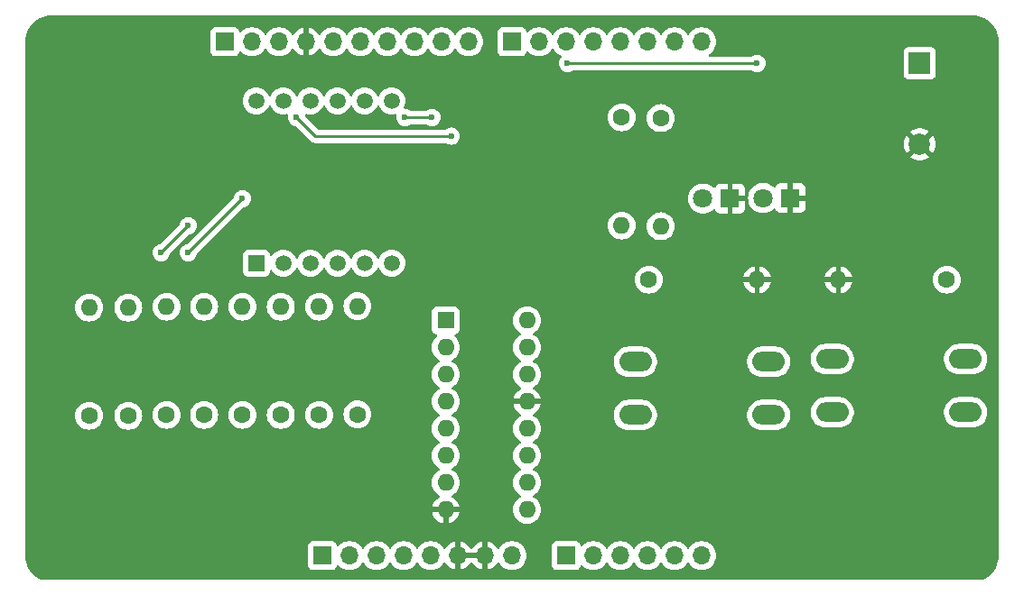
<source format=gbr>
%TF.GenerationSoftware,KiCad,Pcbnew,7.0.1-0*%
%TF.CreationDate,2023-04-12T16:12:06-06:00*%
%TF.ProjectId,Arduino_Uno_Kitchen_Timer,41726475-696e-46f5-9f55-6e6f5f4b6974,rev?*%
%TF.SameCoordinates,Original*%
%TF.FileFunction,Copper,L2,Bot*%
%TF.FilePolarity,Positive*%
%FSLAX46Y46*%
G04 Gerber Fmt 4.6, Leading zero omitted, Abs format (unit mm)*
G04 Created by KiCad (PCBNEW 7.0.1-0) date 2023-04-12 16:12:06*
%MOMM*%
%LPD*%
G01*
G04 APERTURE LIST*
%TA.AperFunction,ComponentPad*%
%ADD10R,1.700000X1.700000*%
%TD*%
%TA.AperFunction,ComponentPad*%
%ADD11O,1.700000X1.700000*%
%TD*%
%TA.AperFunction,ComponentPad*%
%ADD12C,1.600000*%
%TD*%
%TA.AperFunction,ComponentPad*%
%ADD13O,1.600000X1.600000*%
%TD*%
%TA.AperFunction,ComponentPad*%
%ADD14O,3.048000X1.850000*%
%TD*%
%TA.AperFunction,ComponentPad*%
%ADD15R,1.600000X1.600000*%
%TD*%
%TA.AperFunction,ComponentPad*%
%ADD16R,1.800000X1.800000*%
%TD*%
%TA.AperFunction,ComponentPad*%
%ADD17C,1.800000*%
%TD*%
%TA.AperFunction,ComponentPad*%
%ADD18R,2.000000X2.000000*%
%TD*%
%TA.AperFunction,ComponentPad*%
%ADD19C,2.000000*%
%TD*%
%TA.AperFunction,ComponentPad*%
%ADD20R,1.500000X1.500000*%
%TD*%
%TA.AperFunction,ComponentPad*%
%ADD21C,1.500000*%
%TD*%
%TA.AperFunction,ViaPad*%
%ADD22C,0.600000*%
%TD*%
%TA.AperFunction,Conductor*%
%ADD23C,0.250000*%
%TD*%
G04 APERTURE END LIST*
D10*
%TO.P,J2,1,Pin_1*%
%TO.N,unconnected-(J2-Pin_1-Pad1)*%
X145669000Y-51088000D03*
D11*
%TO.P,J2,2,Pin_2*%
%TO.N,unconnected-(J2-Pin_2-Pad2)*%
X148209000Y-51088000D03*
%TO.P,J2,3,Pin_3*%
%TO.N,unconnected-(J2-Pin_3-Pad3)*%
X150749000Y-51088000D03*
%TO.P,J2,4,Pin_4*%
%TO.N,GND*%
X153289000Y-51088000D03*
%TO.P,J2,5,Pin_5*%
%TO.N,/DIG_1*%
X155829000Y-51088000D03*
%TO.P,J2,6,Pin_6*%
%TO.N,/DIG_2*%
X158369000Y-51088000D03*
%TO.P,J2,7,Pin_7*%
%TO.N,/DIG_3*%
X160909000Y-51088000D03*
%TO.P,J2,8,Pin_8*%
%TO.N,/DIG_4*%
X163449000Y-51088000D03*
%TO.P,J2,9,Pin_9*%
%TO.N,/DS*%
X165989000Y-51088000D03*
%TO.P,J2,10,Pin_10*%
%TO.N,/ST_CP*%
X168529000Y-51088000D03*
%TD*%
D12*
%TO.P,R10,1*%
%TO.N,/F*%
X140207994Y-86139996D03*
D13*
%TO.P,R10,2*%
%TO.N,Net-(U2-f)*%
X140207994Y-75979996D03*
%TD*%
D14*
%TO.P,SW1,1,1*%
%TO.N,+5V*%
X215134088Y-85896641D03*
X202634088Y-85896641D03*
%TO.P,SW1,2,2*%
%TO.N,/BUTTON_1*%
X215134088Y-80896641D03*
X202634088Y-80896641D03*
%TD*%
%TO.P,SW2,1,1*%
%TO.N,+5V*%
X196651913Y-86152023D03*
X184151913Y-86152023D03*
%TO.P,SW2,2,2*%
%TO.N,/BUTTON_2*%
X196651913Y-81152023D03*
X184151913Y-81152023D03*
%TD*%
D12*
%TO.P,R8,1*%
%TO.N,/D*%
X147320000Y-86140000D03*
D13*
%TO.P,R8,2*%
%TO.N,Net-(U2-d)*%
X147320000Y-75980000D03*
%TD*%
D12*
%TO.P,R2,1*%
%TO.N,/BUTTON_1*%
X213360000Y-73440000D03*
D13*
%TO.P,R2,2*%
%TO.N,GND*%
X203200000Y-73440000D03*
%TD*%
D15*
%TO.P,U1,1,QB*%
%TO.N,/B*%
X166380000Y-77265000D03*
D13*
%TO.P,U1,2,QC*%
%TO.N,/C*%
X166380000Y-79805000D03*
%TO.P,U1,3,QD*%
%TO.N,/D*%
X166380000Y-82345000D03*
%TO.P,U1,4,QE*%
%TO.N,/E*%
X166380000Y-84885000D03*
%TO.P,U1,5,QF*%
%TO.N,/F*%
X166380000Y-87425000D03*
%TO.P,U1,6,QG*%
%TO.N,/G*%
X166380000Y-89965000D03*
%TO.P,U1,7,QH*%
%TO.N,/DP*%
X166380000Y-92505000D03*
%TO.P,U1,8,GND*%
%TO.N,GND*%
X166380000Y-95045000D03*
%TO.P,U1,9,QH'*%
%TO.N,unconnected-(U1-QH'-Pad9)*%
X174000000Y-95045000D03*
%TO.P,U1,10,~{SRCLR}*%
%TO.N,+5V*%
X174000000Y-92505000D03*
%TO.P,U1,11,SRCLK*%
%TO.N,/SH_CP*%
X174000000Y-89965000D03*
%TO.P,U1,12,RCLK*%
%TO.N,/ST_CP*%
X174000000Y-87425000D03*
%TO.P,U1,13,~{OE}*%
%TO.N,GND*%
X174000000Y-84885000D03*
%TO.P,U1,14,SER*%
%TO.N,/DS*%
X174000000Y-82345000D03*
%TO.P,U1,15,QA*%
%TO.N,/A*%
X174000000Y-79805000D03*
%TO.P,U1,16,VCC*%
%TO.N,+5V*%
X174000000Y-77265000D03*
%TD*%
D12*
%TO.P,R11,1*%
%TO.N,/G*%
X136612913Y-86218150D03*
D13*
%TO.P,R11,2*%
%TO.N,Net-(U2-g)*%
X136612913Y-76058150D03*
%TD*%
D12*
%TO.P,R4,1*%
%TO.N,/GREEN_LED*%
X186538923Y-58262499D03*
D13*
%TO.P,R4,2*%
%TO.N,Net-(D2-A)*%
X186538923Y-68422499D03*
%TD*%
D16*
%TO.P,D1,1,K*%
%TO.N,GND*%
X198685096Y-65770438D03*
D17*
%TO.P,D1,2,A*%
%TO.N,Net-(D1-A)*%
X196145096Y-65770438D03*
%TD*%
D10*
%TO.P,J4,1,Pin_1*%
%TO.N,/SH_CP*%
X172593000Y-51088000D03*
D11*
%TO.P,J4,2,Pin_2*%
%TO.N,/BUZZER*%
X175133000Y-51088000D03*
%TO.P,J4,3,Pin_3*%
%TO.N,/RED_LED*%
X177673000Y-51088000D03*
%TO.P,J4,4,Pin_4*%
%TO.N,/GREEN_LED*%
X180213000Y-51088000D03*
%TO.P,J4,5,Pin_5*%
%TO.N,/BUTTON_2*%
X182753000Y-51088000D03*
%TO.P,J4,6,Pin_6*%
%TO.N,/BUTTON_1*%
X185293000Y-51088000D03*
%TO.P,J4,7,Pin_7*%
%TO.N,/TX{slash}1*%
X187833000Y-51088000D03*
%TO.P,J4,8,Pin_8*%
%TO.N,/RX{slash}0*%
X190373000Y-51088000D03*
%TD*%
D12*
%TO.P,R6,1*%
%TO.N,/B*%
X154510160Y-86140000D03*
D13*
%TO.P,R6,2*%
%TO.N,Net-(U2-b)*%
X154510160Y-75980000D03*
%TD*%
D12*
%TO.P,R5,1*%
%TO.N,/A*%
X158107517Y-86088651D03*
D13*
%TO.P,R5,2*%
%TO.N,Net-(U2-a)*%
X158107517Y-75928651D03*
%TD*%
D12*
%TO.P,R7,1*%
%TO.N,/C*%
X150915080Y-86139996D03*
D13*
%TO.P,R7,2*%
%TO.N,Net-(U2-c)*%
X150915080Y-75979996D03*
%TD*%
D18*
%TO.P,LS1,1,1*%
%TO.N,/BUZZER*%
X210820000Y-53120000D03*
D19*
%TO.P,LS1,2,2*%
%TO.N,GND*%
X210820000Y-60720000D03*
%TD*%
D20*
%TO.P,U2,1,e*%
%TO.N,Net-(U2-e)*%
X148622168Y-71885789D03*
D21*
%TO.P,U2,2,d*%
%TO.N,Net-(U2-d)*%
X151162168Y-71885789D03*
%TO.P,U2,3,DPX*%
%TO.N,Net-(U2-DPX)*%
X153702168Y-71885789D03*
%TO.P,U2,4,c*%
%TO.N,Net-(U2-c)*%
X156242168Y-71885789D03*
%TO.P,U2,5,g*%
%TO.N,Net-(U2-g)*%
X158782168Y-71885789D03*
%TO.P,U2,6,CA4*%
%TO.N,/DIG_4*%
X161322168Y-71885789D03*
%TO.P,U2,7,b*%
%TO.N,Net-(U2-b)*%
X161322168Y-56645789D03*
%TO.P,U2,8,CA3*%
%TO.N,/DIG_3*%
X158782168Y-56645789D03*
%TO.P,U2,9,CA2*%
%TO.N,/DIG_2*%
X156242168Y-56645789D03*
%TO.P,U2,10,f*%
%TO.N,Net-(U2-f)*%
X153702168Y-56645789D03*
%TO.P,U2,11,a*%
%TO.N,Net-(U2-a)*%
X151162168Y-56645789D03*
%TO.P,U2,12,CA1*%
%TO.N,/DIG_1*%
X148622168Y-56645789D03*
%TD*%
D12*
%TO.P,R1,1*%
%TO.N,/BUTTON_2*%
X185420000Y-73440000D03*
D13*
%TO.P,R1,2*%
%TO.N,GND*%
X195580000Y-73440000D03*
%TD*%
D12*
%TO.P,R9,1*%
%TO.N,/E*%
X143724920Y-86140000D03*
D13*
%TO.P,R9,2*%
%TO.N,Net-(U2-e)*%
X143724920Y-75980000D03*
%TD*%
D12*
%TO.P,R12,1*%
%TO.N,/DP*%
X132939679Y-86218154D03*
D13*
%TO.P,R12,2*%
%TO.N,Net-(U2-DPX)*%
X132939679Y-76058154D03*
%TD*%
D16*
%TO.P,D2,1,K*%
%TO.N,GND*%
X193040000Y-65820000D03*
D17*
%TO.P,D2,2,A*%
%TO.N,Net-(D2-A)*%
X190500000Y-65820000D03*
%TD*%
D12*
%TO.P,R3,1*%
%TO.N,/RED_LED*%
X182880000Y-58197666D03*
D13*
%TO.P,R3,2*%
%TO.N,Net-(D1-A)*%
X182880000Y-68357666D03*
%TD*%
D10*
%TO.P,J1,1,Pin_1*%
%TO.N,unconnected-(J1-Pin_1-Pad1)*%
X154813000Y-99348000D03*
D11*
%TO.P,J1,2,Pin_2*%
%TO.N,/IOREF*%
X157353000Y-99348000D03*
%TO.P,J1,3,Pin_3*%
%TO.N,/~{RESET}*%
X159893000Y-99348000D03*
%TO.P,J1,4,Pin_4*%
%TO.N,+3V3*%
X162433000Y-99348000D03*
%TO.P,J1,5,Pin_5*%
%TO.N,+5V*%
X164973000Y-99348000D03*
%TO.P,J1,6,Pin_6*%
%TO.N,GND*%
X167513000Y-99348000D03*
%TO.P,J1,7,Pin_7*%
X170053000Y-99348000D03*
%TO.P,J1,8,Pin_8*%
%TO.N,VCC*%
X172593000Y-99348000D03*
%TD*%
D10*
%TO.P,J3,1,Pin_1*%
%TO.N,/A0*%
X177673000Y-99348000D03*
D11*
%TO.P,J3,2,Pin_2*%
%TO.N,/A1*%
X180213000Y-99348000D03*
%TO.P,J3,3,Pin_3*%
%TO.N,/A2*%
X182753000Y-99348000D03*
%TO.P,J3,4,Pin_4*%
%TO.N,/A3*%
X185293000Y-99348000D03*
%TO.P,J3,5,Pin_5*%
%TO.N,/SDA{slash}A4*%
X187833000Y-99348000D03*
%TO.P,J3,6,Pin_6*%
%TO.N,/SCL{slash}A5*%
X190373000Y-99348000D03*
%TD*%
D22*
%TO.N,/BUZZER*%
X195580000Y-53120000D03*
X177800000Y-53120000D03*
%TO.N,Net-(U2-a)*%
X166902763Y-59962701D03*
X152400000Y-58200000D03*
%TO.N,Net-(U2-b)*%
X162560000Y-58200000D03*
X165100000Y-58200000D03*
%TO.N,Net-(U2-f)*%
X142240000Y-70900000D03*
X147320000Y-65820000D03*
%TO.N,Net-(U2-g)*%
X139700000Y-70900000D03*
X142240000Y-68360000D03*
%TD*%
D23*
%TO.N,/BUZZER*%
X195580000Y-53120000D02*
X177800000Y-53120000D01*
%TO.N,Net-(U2-a)*%
X154162701Y-59962701D02*
X152400000Y-58200000D01*
X166902763Y-59962701D02*
X154162701Y-59962701D01*
%TO.N,Net-(U2-b)*%
X165100000Y-58200000D02*
X162560000Y-58200000D01*
%TO.N,Net-(U2-f)*%
X142240000Y-70900000D02*
X147320000Y-65820000D01*
%TO.N,Net-(U2-g)*%
X139700000Y-70900000D02*
X142240000Y-68360000D01*
%TD*%
%TA.AperFunction,Conductor*%
%TO.N,GND*%
G36*
X215776736Y-48623726D02*
G01*
X216062577Y-48641016D01*
X216077441Y-48642821D01*
X216355421Y-48693763D01*
X216369943Y-48697342D01*
X216639784Y-48781427D01*
X216653754Y-48786725D01*
X216911476Y-48902718D01*
X216924718Y-48909668D01*
X217166584Y-49055879D01*
X217178894Y-49064377D01*
X217268655Y-49134700D01*
X217401364Y-49238671D01*
X217412572Y-49248601D01*
X217612398Y-49448427D01*
X217622328Y-49459635D01*
X217796618Y-49682099D01*
X217805122Y-49694419D01*
X217938104Y-49914399D01*
X217951327Y-49936273D01*
X217958284Y-49949529D01*
X218038965Y-50128794D01*
X218074270Y-50207237D01*
X218079575Y-50221225D01*
X218163653Y-50491040D01*
X218167236Y-50505578D01*
X218218178Y-50783558D01*
X218219983Y-50798423D01*
X218237274Y-51084264D01*
X218237500Y-51091751D01*
X218237500Y-99344249D01*
X218237274Y-99351736D01*
X218219983Y-99637576D01*
X218218178Y-99652441D01*
X218167236Y-99930421D01*
X218163652Y-99944959D01*
X218079577Y-100214769D01*
X218074270Y-100228762D01*
X217958285Y-100486468D01*
X217951327Y-100499726D01*
X217805124Y-100741577D01*
X217796618Y-100753900D01*
X217622328Y-100976364D01*
X217612398Y-100987572D01*
X217412572Y-101187398D01*
X217401364Y-101197328D01*
X217178900Y-101371618D01*
X217166576Y-101380124D01*
X216924722Y-101526328D01*
X216911465Y-101533286D01*
X216787510Y-101589075D01*
X216736618Y-101600000D01*
X128449382Y-101600000D01*
X128398490Y-101589075D01*
X128274534Y-101533286D01*
X128261277Y-101526328D01*
X128019423Y-101380124D01*
X128007099Y-101371618D01*
X127784635Y-101197328D01*
X127773427Y-101187398D01*
X127573601Y-100987572D01*
X127563671Y-100976364D01*
X127389381Y-100753900D01*
X127380879Y-100741584D01*
X127234668Y-100499718D01*
X127227718Y-100486476D01*
X127119772Y-100246634D01*
X153454500Y-100246634D01*
X153461011Y-100307205D01*
X153512110Y-100444203D01*
X153599738Y-100561261D01*
X153716796Y-100648889D01*
X153853794Y-100699988D01*
X153853797Y-100699988D01*
X153853799Y-100699989D01*
X153914362Y-100706500D01*
X155711634Y-100706500D01*
X155711638Y-100706500D01*
X155772201Y-100699989D01*
X155772203Y-100699988D01*
X155772205Y-100699988D01*
X155854097Y-100669443D01*
X155909204Y-100648889D01*
X156026261Y-100561261D01*
X156113889Y-100444204D01*
X156159137Y-100322889D01*
X156195089Y-100271677D01*
X156251471Y-100244539D01*
X156313925Y-100248387D01*
X156366548Y-100282241D01*
X156403969Y-100322890D01*
X156429760Y-100350906D01*
X156607424Y-100489189D01*
X156805426Y-100596342D01*
X157018365Y-100669444D01*
X157240431Y-100706500D01*
X157465569Y-100706500D01*
X157687635Y-100669444D01*
X157900574Y-100596342D01*
X158098576Y-100489189D01*
X158276240Y-100350906D01*
X158428722Y-100185268D01*
X158519190Y-100046795D01*
X158563982Y-100005561D01*
X158623000Y-99990616D01*
X158682018Y-100005561D01*
X158726809Y-100046795D01*
X158817278Y-100185268D01*
X158969760Y-100350906D01*
X159147424Y-100489189D01*
X159345426Y-100596342D01*
X159558365Y-100669444D01*
X159780431Y-100706500D01*
X160005569Y-100706500D01*
X160227635Y-100669444D01*
X160440574Y-100596342D01*
X160638576Y-100489189D01*
X160816240Y-100350906D01*
X160968722Y-100185268D01*
X161059190Y-100046795D01*
X161103982Y-100005561D01*
X161163000Y-99990616D01*
X161222018Y-100005561D01*
X161266809Y-100046795D01*
X161357278Y-100185268D01*
X161509760Y-100350906D01*
X161687424Y-100489189D01*
X161885426Y-100596342D01*
X162098365Y-100669444D01*
X162320431Y-100706500D01*
X162545569Y-100706500D01*
X162767635Y-100669444D01*
X162980574Y-100596342D01*
X163178576Y-100489189D01*
X163356240Y-100350906D01*
X163508722Y-100185268D01*
X163599190Y-100046795D01*
X163643982Y-100005561D01*
X163703000Y-99990616D01*
X163762018Y-100005561D01*
X163806809Y-100046795D01*
X163897278Y-100185268D01*
X164049760Y-100350906D01*
X164227424Y-100489189D01*
X164425426Y-100596342D01*
X164638365Y-100669444D01*
X164860431Y-100706500D01*
X165085569Y-100706500D01*
X165307635Y-100669444D01*
X165520574Y-100596342D01*
X165718576Y-100489189D01*
X165896240Y-100350906D01*
X166048722Y-100185268D01*
X166142748Y-100041349D01*
X166186663Y-100000595D01*
X166244562Y-99985188D01*
X166302926Y-99998726D01*
X166348131Y-100038048D01*
X166474892Y-100219080D01*
X166641918Y-100386106D01*
X166835423Y-100521600D01*
X167049507Y-100621430D01*
X167262999Y-100678635D01*
X167263000Y-100678636D01*
X167263000Y-99598000D01*
X167763000Y-99598000D01*
X167763000Y-100678635D01*
X167976492Y-100621430D01*
X168190576Y-100521600D01*
X168384081Y-100386106D01*
X168551106Y-100219081D01*
X168681425Y-100032968D01*
X168725743Y-99994103D01*
X168783000Y-99980092D01*
X168840257Y-99994103D01*
X168884575Y-100032968D01*
X169014893Y-100219081D01*
X169181918Y-100386106D01*
X169375423Y-100521600D01*
X169589507Y-100621430D01*
X169802999Y-100678635D01*
X169803000Y-100678636D01*
X169803000Y-100678635D01*
X170303000Y-100678635D01*
X170516492Y-100621430D01*
X170730576Y-100521600D01*
X170924081Y-100386106D01*
X171091106Y-100219081D01*
X171217868Y-100038048D01*
X171263072Y-99998726D01*
X171321436Y-99985188D01*
X171379335Y-100000595D01*
X171423252Y-100041351D01*
X171517276Y-100185267D01*
X171596824Y-100271677D01*
X171669760Y-100350906D01*
X171847424Y-100489189D01*
X172045426Y-100596342D01*
X172258365Y-100669444D01*
X172480431Y-100706500D01*
X172705569Y-100706500D01*
X172927635Y-100669444D01*
X173140574Y-100596342D01*
X173338576Y-100489189D01*
X173516240Y-100350906D01*
X173612230Y-100246634D01*
X176314500Y-100246634D01*
X176321011Y-100307205D01*
X176372110Y-100444203D01*
X176459738Y-100561261D01*
X176576796Y-100648889D01*
X176713794Y-100699988D01*
X176713797Y-100699988D01*
X176713799Y-100699989D01*
X176774362Y-100706500D01*
X178571634Y-100706500D01*
X178571638Y-100706500D01*
X178632201Y-100699989D01*
X178632203Y-100699988D01*
X178632205Y-100699988D01*
X178714097Y-100669443D01*
X178769204Y-100648889D01*
X178886261Y-100561261D01*
X178973889Y-100444204D01*
X179019137Y-100322889D01*
X179055089Y-100271677D01*
X179111471Y-100244539D01*
X179173925Y-100248387D01*
X179226548Y-100282241D01*
X179263969Y-100322890D01*
X179289760Y-100350906D01*
X179467424Y-100489189D01*
X179665426Y-100596342D01*
X179878365Y-100669444D01*
X180100431Y-100706500D01*
X180325569Y-100706500D01*
X180547635Y-100669444D01*
X180760574Y-100596342D01*
X180958576Y-100489189D01*
X181136240Y-100350906D01*
X181288722Y-100185268D01*
X181379190Y-100046795D01*
X181423982Y-100005561D01*
X181483000Y-99990616D01*
X181542018Y-100005561D01*
X181586809Y-100046795D01*
X181677278Y-100185268D01*
X181829760Y-100350906D01*
X182007424Y-100489189D01*
X182205426Y-100596342D01*
X182418365Y-100669444D01*
X182640431Y-100706500D01*
X182865569Y-100706500D01*
X183087635Y-100669444D01*
X183300574Y-100596342D01*
X183498576Y-100489189D01*
X183676240Y-100350906D01*
X183828722Y-100185268D01*
X183919190Y-100046795D01*
X183963982Y-100005561D01*
X184023000Y-99990616D01*
X184082018Y-100005561D01*
X184126809Y-100046795D01*
X184217278Y-100185268D01*
X184369760Y-100350906D01*
X184547424Y-100489189D01*
X184745426Y-100596342D01*
X184958365Y-100669444D01*
X185180431Y-100706500D01*
X185405569Y-100706500D01*
X185627635Y-100669444D01*
X185840574Y-100596342D01*
X186038576Y-100489189D01*
X186216240Y-100350906D01*
X186368722Y-100185268D01*
X186459190Y-100046795D01*
X186503982Y-100005561D01*
X186563000Y-99990616D01*
X186622018Y-100005561D01*
X186666809Y-100046795D01*
X186757278Y-100185268D01*
X186909760Y-100350906D01*
X187087424Y-100489189D01*
X187285426Y-100596342D01*
X187498365Y-100669444D01*
X187720431Y-100706500D01*
X187945569Y-100706500D01*
X188167635Y-100669444D01*
X188380574Y-100596342D01*
X188578576Y-100489189D01*
X188756240Y-100350906D01*
X188908722Y-100185268D01*
X188999190Y-100046795D01*
X189043982Y-100005561D01*
X189103000Y-99990616D01*
X189162018Y-100005561D01*
X189206809Y-100046795D01*
X189297278Y-100185268D01*
X189449760Y-100350906D01*
X189627424Y-100489189D01*
X189825426Y-100596342D01*
X190038365Y-100669444D01*
X190260431Y-100706500D01*
X190485569Y-100706500D01*
X190707635Y-100669444D01*
X190920574Y-100596342D01*
X191118576Y-100489189D01*
X191296240Y-100350906D01*
X191448722Y-100185268D01*
X191571860Y-99996791D01*
X191662296Y-99790616D01*
X191717564Y-99572368D01*
X191736156Y-99348000D01*
X191717564Y-99123632D01*
X191662296Y-98905384D01*
X191571860Y-98699209D01*
X191448722Y-98510732D01*
X191296240Y-98345094D01*
X191118576Y-98206811D01*
X190920574Y-98099658D01*
X190920573Y-98099657D01*
X190920572Y-98099657D01*
X190707636Y-98026556D01*
X190485569Y-97989500D01*
X190260431Y-97989500D01*
X190038363Y-98026556D01*
X189825427Y-98099657D01*
X189627424Y-98206811D01*
X189449760Y-98345094D01*
X189297279Y-98510730D01*
X189206809Y-98649205D01*
X189162017Y-98690438D01*
X189103000Y-98705383D01*
X189043983Y-98690438D01*
X188999191Y-98649205D01*
X188908723Y-98510734D01*
X188908722Y-98510732D01*
X188756240Y-98345094D01*
X188578576Y-98206811D01*
X188380574Y-98099658D01*
X188380573Y-98099657D01*
X188380572Y-98099657D01*
X188167636Y-98026556D01*
X187945569Y-97989500D01*
X187720431Y-97989500D01*
X187498363Y-98026556D01*
X187285427Y-98099657D01*
X187087424Y-98206811D01*
X186909760Y-98345094D01*
X186757279Y-98510730D01*
X186666809Y-98649205D01*
X186622017Y-98690438D01*
X186563000Y-98705383D01*
X186503983Y-98690438D01*
X186459191Y-98649205D01*
X186368723Y-98510734D01*
X186368722Y-98510732D01*
X186216240Y-98345094D01*
X186038576Y-98206811D01*
X185840574Y-98099658D01*
X185840573Y-98099657D01*
X185840572Y-98099657D01*
X185627636Y-98026556D01*
X185405569Y-97989500D01*
X185180431Y-97989500D01*
X184958363Y-98026556D01*
X184745427Y-98099657D01*
X184547424Y-98206811D01*
X184369760Y-98345094D01*
X184217279Y-98510730D01*
X184126809Y-98649205D01*
X184082017Y-98690438D01*
X184023000Y-98705383D01*
X183963983Y-98690438D01*
X183919191Y-98649205D01*
X183828723Y-98510734D01*
X183828722Y-98510732D01*
X183676240Y-98345094D01*
X183498576Y-98206811D01*
X183300574Y-98099658D01*
X183300573Y-98099657D01*
X183300572Y-98099657D01*
X183087636Y-98026556D01*
X182865569Y-97989500D01*
X182640431Y-97989500D01*
X182418363Y-98026556D01*
X182205427Y-98099657D01*
X182007424Y-98206811D01*
X181829760Y-98345094D01*
X181677279Y-98510730D01*
X181586809Y-98649205D01*
X181542017Y-98690438D01*
X181483000Y-98705383D01*
X181423983Y-98690438D01*
X181379191Y-98649205D01*
X181288723Y-98510734D01*
X181288722Y-98510732D01*
X181136240Y-98345094D01*
X180958576Y-98206811D01*
X180760574Y-98099658D01*
X180760573Y-98099657D01*
X180760572Y-98099657D01*
X180547636Y-98026556D01*
X180325569Y-97989500D01*
X180100431Y-97989500D01*
X179878363Y-98026556D01*
X179665427Y-98099657D01*
X179467424Y-98206811D01*
X179289759Y-98345094D01*
X179226548Y-98413759D01*
X179173924Y-98447612D01*
X179111470Y-98451460D01*
X179055089Y-98424322D01*
X179019138Y-98373110D01*
X178994427Y-98306861D01*
X178973889Y-98251796D01*
X178915951Y-98174400D01*
X178886261Y-98134738D01*
X178769203Y-98047110D01*
X178632205Y-97996011D01*
X178601919Y-97992755D01*
X178571638Y-97989500D01*
X176774362Y-97989500D01*
X176747445Y-97992393D01*
X176713794Y-97996011D01*
X176576796Y-98047110D01*
X176459738Y-98134738D01*
X176372110Y-98251796D01*
X176321011Y-98388794D01*
X176317393Y-98422445D01*
X176314689Y-98447612D01*
X176314500Y-98449366D01*
X176314500Y-100246634D01*
X173612230Y-100246634D01*
X173668722Y-100185268D01*
X173791860Y-99996791D01*
X173882296Y-99790616D01*
X173937564Y-99572368D01*
X173956156Y-99348000D01*
X173937564Y-99123632D01*
X173882296Y-98905384D01*
X173791860Y-98699209D01*
X173668722Y-98510732D01*
X173516240Y-98345094D01*
X173338576Y-98206811D01*
X173140574Y-98099658D01*
X173140573Y-98099657D01*
X173140572Y-98099657D01*
X172927636Y-98026556D01*
X172705569Y-97989500D01*
X172480431Y-97989500D01*
X172258363Y-98026556D01*
X172045427Y-98099657D01*
X171847424Y-98206811D01*
X171669760Y-98345094D01*
X171517275Y-98510734D01*
X171423250Y-98654650D01*
X171379334Y-98695405D01*
X171321435Y-98710812D01*
X171263071Y-98697274D01*
X171217867Y-98657951D01*
X171091109Y-98476921D01*
X170924081Y-98309893D01*
X170730576Y-98174399D01*
X170516492Y-98074569D01*
X170303000Y-98017364D01*
X170303000Y-100678635D01*
X169803000Y-100678635D01*
X169803000Y-99598000D01*
X167763000Y-99598000D01*
X167263000Y-99598000D01*
X167263000Y-99098000D01*
X167763000Y-99098000D01*
X169803000Y-99098000D01*
X169803000Y-98017364D01*
X169802999Y-98017364D01*
X169589507Y-98074569D01*
X169375421Y-98174400D01*
X169181921Y-98309890D01*
X169014893Y-98476918D01*
X168884575Y-98663032D01*
X168840257Y-98701897D01*
X168783000Y-98715908D01*
X168725743Y-98701897D01*
X168681425Y-98663032D01*
X168551106Y-98476918D01*
X168384081Y-98309893D01*
X168190576Y-98174399D01*
X167976492Y-98074569D01*
X167763000Y-98017364D01*
X167763000Y-99098000D01*
X167263000Y-99098000D01*
X167263000Y-98017364D01*
X167262999Y-98017364D01*
X167049507Y-98074569D01*
X166835421Y-98174400D01*
X166641921Y-98309890D01*
X166474893Y-98476918D01*
X166348132Y-98657952D01*
X166302928Y-98697274D01*
X166244564Y-98710812D01*
X166186665Y-98695405D01*
X166142748Y-98654649D01*
X166048723Y-98510732D01*
X165959451Y-98413759D01*
X165896240Y-98345094D01*
X165718576Y-98206811D01*
X165520574Y-98099658D01*
X165520573Y-98099657D01*
X165520572Y-98099657D01*
X165307636Y-98026556D01*
X165085569Y-97989500D01*
X164860431Y-97989500D01*
X164638363Y-98026556D01*
X164425427Y-98099657D01*
X164227424Y-98206811D01*
X164049760Y-98345094D01*
X163897279Y-98510730D01*
X163806809Y-98649205D01*
X163762017Y-98690438D01*
X163703000Y-98705383D01*
X163643983Y-98690438D01*
X163599191Y-98649205D01*
X163508723Y-98510734D01*
X163508722Y-98510732D01*
X163356240Y-98345094D01*
X163178576Y-98206811D01*
X162980574Y-98099658D01*
X162980573Y-98099657D01*
X162980572Y-98099657D01*
X162767636Y-98026556D01*
X162545569Y-97989500D01*
X162320431Y-97989500D01*
X162098363Y-98026556D01*
X161885427Y-98099657D01*
X161687424Y-98206811D01*
X161509760Y-98345094D01*
X161357279Y-98510730D01*
X161266809Y-98649205D01*
X161222017Y-98690438D01*
X161163000Y-98705383D01*
X161103983Y-98690438D01*
X161059191Y-98649205D01*
X160968723Y-98510734D01*
X160968722Y-98510732D01*
X160816240Y-98345094D01*
X160638576Y-98206811D01*
X160440574Y-98099658D01*
X160440573Y-98099657D01*
X160440572Y-98099657D01*
X160227636Y-98026556D01*
X160005569Y-97989500D01*
X159780431Y-97989500D01*
X159558363Y-98026556D01*
X159345427Y-98099657D01*
X159147424Y-98206811D01*
X158969760Y-98345094D01*
X158817279Y-98510730D01*
X158726809Y-98649205D01*
X158682017Y-98690438D01*
X158623000Y-98705383D01*
X158563983Y-98690438D01*
X158519191Y-98649205D01*
X158428723Y-98510734D01*
X158428722Y-98510732D01*
X158276240Y-98345094D01*
X158098576Y-98206811D01*
X157900574Y-98099658D01*
X157900573Y-98099657D01*
X157900572Y-98099657D01*
X157687636Y-98026556D01*
X157465569Y-97989500D01*
X157240431Y-97989500D01*
X157018363Y-98026556D01*
X156805427Y-98099657D01*
X156607424Y-98206811D01*
X156429759Y-98345094D01*
X156366548Y-98413759D01*
X156313924Y-98447612D01*
X156251470Y-98451460D01*
X156195089Y-98424322D01*
X156159138Y-98373110D01*
X156134427Y-98306861D01*
X156113889Y-98251796D01*
X156055951Y-98174400D01*
X156026261Y-98134738D01*
X155909203Y-98047110D01*
X155772205Y-97996011D01*
X155741919Y-97992755D01*
X155711638Y-97989500D01*
X153914362Y-97989500D01*
X153887445Y-97992393D01*
X153853794Y-97996011D01*
X153716796Y-98047110D01*
X153599738Y-98134738D01*
X153512110Y-98251796D01*
X153461011Y-98388794D01*
X153457393Y-98422445D01*
X153454689Y-98447612D01*
X153454500Y-98449366D01*
X153454500Y-100246634D01*
X127119772Y-100246634D01*
X127111725Y-100228754D01*
X127106427Y-100214784D01*
X127022342Y-99944943D01*
X127018763Y-99930421D01*
X127002031Y-99839118D01*
X127000000Y-99816766D01*
X127000000Y-95295000D01*
X165101128Y-95295000D01*
X165153733Y-95491326D01*
X165249865Y-95697480D01*
X165380341Y-95883819D01*
X165541180Y-96044658D01*
X165727519Y-96175134D01*
X165933673Y-96271266D01*
X166129999Y-96323871D01*
X166130000Y-96323872D01*
X166130000Y-95295000D01*
X166630000Y-95295000D01*
X166630000Y-96323871D01*
X166826326Y-96271266D01*
X167032480Y-96175134D01*
X167218819Y-96044658D01*
X167379658Y-95883819D01*
X167510134Y-95697480D01*
X167606266Y-95491326D01*
X167658872Y-95295000D01*
X166630000Y-95295000D01*
X166130000Y-95295000D01*
X165101128Y-95295000D01*
X127000000Y-95295000D01*
X127000000Y-95044999D01*
X172686501Y-95044999D01*
X172706456Y-95273084D01*
X172736086Y-95383664D01*
X172764934Y-95491326D01*
X172765717Y-95494246D01*
X172862474Y-95701744D01*
X172862476Y-95701746D01*
X172862477Y-95701749D01*
X172993802Y-95889300D01*
X173155700Y-96051198D01*
X173343251Y-96182523D01*
X173550757Y-96279284D01*
X173771913Y-96338543D01*
X174000000Y-96358498D01*
X174228087Y-96338543D01*
X174449243Y-96279284D01*
X174656749Y-96182523D01*
X174844300Y-96051198D01*
X175006198Y-95889300D01*
X175137523Y-95701749D01*
X175234284Y-95494243D01*
X175293543Y-95273087D01*
X175313498Y-95045000D01*
X175293543Y-94816913D01*
X175234284Y-94595757D01*
X175137523Y-94388251D01*
X175006198Y-94200700D01*
X174844300Y-94038802D01*
X174656749Y-93907477D01*
X174623708Y-93892070D01*
X174613655Y-93887382D01*
X174561479Y-93841625D01*
X174542059Y-93775000D01*
X174561479Y-93708375D01*
X174613655Y-93662618D01*
X174616882Y-93661112D01*
X174656749Y-93642523D01*
X174844300Y-93511198D01*
X175006198Y-93349300D01*
X175137523Y-93161749D01*
X175234284Y-92954243D01*
X175293543Y-92733087D01*
X175313498Y-92505000D01*
X175293543Y-92276913D01*
X175234284Y-92055757D01*
X175137523Y-91848251D01*
X175006198Y-91660700D01*
X174844300Y-91498802D01*
X174656749Y-91367477D01*
X174613655Y-91347382D01*
X174561479Y-91301625D01*
X174542059Y-91235000D01*
X174561479Y-91168375D01*
X174613655Y-91122618D01*
X174616882Y-91121112D01*
X174656749Y-91102523D01*
X174844300Y-90971198D01*
X175006198Y-90809300D01*
X175137523Y-90621749D01*
X175234284Y-90414243D01*
X175293543Y-90193087D01*
X175313498Y-89965000D01*
X175293543Y-89736913D01*
X175234284Y-89515757D01*
X175137523Y-89308251D01*
X175006198Y-89120700D01*
X174844300Y-88958802D01*
X174656749Y-88827477D01*
X174613655Y-88807382D01*
X174561479Y-88761625D01*
X174542059Y-88695000D01*
X174561479Y-88628375D01*
X174613655Y-88582618D01*
X174616882Y-88581112D01*
X174656749Y-88562523D01*
X174844300Y-88431198D01*
X175006198Y-88269300D01*
X175137523Y-88081749D01*
X175234284Y-87874243D01*
X175293543Y-87653087D01*
X175313498Y-87425000D01*
X175293543Y-87196913D01*
X175234284Y-86975757D01*
X175150810Y-86796745D01*
X175137525Y-86768255D01*
X175137524Y-86768254D01*
X175137523Y-86768251D01*
X175006198Y-86580700D01*
X174844300Y-86418802D01*
X174656749Y-86287477D01*
X174656748Y-86287476D01*
X174656746Y-86287475D01*
X174620999Y-86270806D01*
X182119413Y-86270806D01*
X182158515Y-86505135D01*
X182219707Y-86683378D01*
X182235653Y-86729827D01*
X182345580Y-86932954D01*
X182348723Y-86938761D01*
X182494637Y-87126234D01*
X182533148Y-87161685D01*
X182669421Y-87287133D01*
X182868304Y-87417069D01*
X183085861Y-87512499D01*
X183316158Y-87570818D01*
X183387143Y-87576700D01*
X183493616Y-87585523D01*
X183493622Y-87585523D01*
X184810204Y-87585523D01*
X184810210Y-87585523D01*
X184907002Y-87577502D01*
X184987668Y-87570818D01*
X185217965Y-87512499D01*
X185435522Y-87417069D01*
X185634405Y-87287133D01*
X185809188Y-87126234D01*
X185955104Y-86938760D01*
X186068173Y-86729827D01*
X186145311Y-86505133D01*
X186184413Y-86270806D01*
X194619413Y-86270806D01*
X194658515Y-86505135D01*
X194719707Y-86683378D01*
X194735653Y-86729827D01*
X194845580Y-86932954D01*
X194848723Y-86938761D01*
X194994637Y-87126234D01*
X195033148Y-87161685D01*
X195169421Y-87287133D01*
X195368304Y-87417069D01*
X195585861Y-87512499D01*
X195816158Y-87570818D01*
X195887143Y-87576700D01*
X195993616Y-87585523D01*
X195993622Y-87585523D01*
X197310204Y-87585523D01*
X197310210Y-87585523D01*
X197407002Y-87577502D01*
X197487668Y-87570818D01*
X197717965Y-87512499D01*
X197935522Y-87417069D01*
X198134405Y-87287133D01*
X198309188Y-87126234D01*
X198455104Y-86938760D01*
X198568173Y-86729827D01*
X198645311Y-86505133D01*
X198684413Y-86270806D01*
X198684413Y-86033240D01*
X198681440Y-86015424D01*
X200601588Y-86015424D01*
X200640690Y-86249753D01*
X200708143Y-86446234D01*
X200717828Y-86474445D01*
X200830897Y-86683378D01*
X200830898Y-86683379D01*
X200976812Y-86870852D01*
X201044274Y-86932954D01*
X201151596Y-87031751D01*
X201350479Y-87161687D01*
X201568036Y-87257117D01*
X201798333Y-87315436D01*
X201869318Y-87321317D01*
X201975791Y-87330141D01*
X201975797Y-87330141D01*
X203292379Y-87330141D01*
X203292385Y-87330141D01*
X203389177Y-87322120D01*
X203469843Y-87315436D01*
X203700140Y-87257117D01*
X203917697Y-87161687D01*
X204116580Y-87031751D01*
X204291363Y-86870852D01*
X204437279Y-86683378D01*
X204550348Y-86474445D01*
X204627486Y-86249751D01*
X204666588Y-86015424D01*
X213101588Y-86015424D01*
X213140690Y-86249753D01*
X213208143Y-86446234D01*
X213217828Y-86474445D01*
X213330897Y-86683378D01*
X213330898Y-86683379D01*
X213476812Y-86870852D01*
X213544274Y-86932954D01*
X213651596Y-87031751D01*
X213850479Y-87161687D01*
X214068036Y-87257117D01*
X214298333Y-87315436D01*
X214369318Y-87321317D01*
X214475791Y-87330141D01*
X214475797Y-87330141D01*
X215792379Y-87330141D01*
X215792385Y-87330141D01*
X215889177Y-87322120D01*
X215969843Y-87315436D01*
X216200140Y-87257117D01*
X216417697Y-87161687D01*
X216616580Y-87031751D01*
X216791363Y-86870852D01*
X216937279Y-86683378D01*
X217050348Y-86474445D01*
X217127486Y-86249751D01*
X217166588Y-86015424D01*
X217166588Y-85777858D01*
X217127486Y-85543531D01*
X217050348Y-85318837D01*
X216937279Y-85109904D01*
X216853666Y-85002477D01*
X216791363Y-84922429D01*
X216631376Y-84775152D01*
X216616580Y-84761531D01*
X216517138Y-84696563D01*
X216417699Y-84631596D01*
X216417697Y-84631595D01*
X216200140Y-84536165D01*
X215969843Y-84477846D01*
X215969841Y-84477845D01*
X215969838Y-84477845D01*
X215792385Y-84463141D01*
X215792379Y-84463141D01*
X214475797Y-84463141D01*
X214475791Y-84463141D01*
X214298337Y-84477845D01*
X214068036Y-84536165D01*
X213850476Y-84631596D01*
X213651597Y-84761530D01*
X213476812Y-84922429D01*
X213330898Y-85109902D01*
X213330896Y-85109904D01*
X213330897Y-85109904D01*
X213230354Y-85295692D01*
X213217826Y-85318841D01*
X213140690Y-85543528D01*
X213101588Y-85777858D01*
X213101588Y-86015424D01*
X204666588Y-86015424D01*
X204666588Y-85777858D01*
X204627486Y-85543531D01*
X204550348Y-85318837D01*
X204437279Y-85109904D01*
X204353666Y-85002477D01*
X204291363Y-84922429D01*
X204131376Y-84775152D01*
X204116580Y-84761531D01*
X204017138Y-84696563D01*
X203917699Y-84631596D01*
X203917697Y-84631595D01*
X203700140Y-84536165D01*
X203469843Y-84477846D01*
X203469841Y-84477845D01*
X203469838Y-84477845D01*
X203292385Y-84463141D01*
X203292379Y-84463141D01*
X201975797Y-84463141D01*
X201975791Y-84463141D01*
X201798337Y-84477845D01*
X201568036Y-84536165D01*
X201350476Y-84631596D01*
X201151597Y-84761530D01*
X200976812Y-84922429D01*
X200830898Y-85109902D01*
X200830896Y-85109904D01*
X200830897Y-85109904D01*
X200730354Y-85295692D01*
X200717826Y-85318841D01*
X200640690Y-85543528D01*
X200601588Y-85777858D01*
X200601588Y-86015424D01*
X198681440Y-86015424D01*
X198645311Y-85798913D01*
X198568173Y-85574219D01*
X198455104Y-85365286D01*
X198335766Y-85211959D01*
X198309188Y-85177811D01*
X198203614Y-85080624D01*
X198134405Y-85016913D01*
X198033708Y-84951125D01*
X197935524Y-84886978D01*
X197931015Y-84885000D01*
X197717965Y-84791547D01*
X197487668Y-84733228D01*
X197487666Y-84733227D01*
X197487663Y-84733227D01*
X197310210Y-84718523D01*
X197310204Y-84718523D01*
X195993622Y-84718523D01*
X195993616Y-84718523D01*
X195816162Y-84733227D01*
X195585861Y-84791547D01*
X195368301Y-84886978D01*
X195169422Y-85016912D01*
X194994637Y-85177811D01*
X194848723Y-85365284D01*
X194844087Y-85373850D01*
X194742586Y-85561409D01*
X194735651Y-85574223D01*
X194658515Y-85798910D01*
X194619413Y-86033240D01*
X194619413Y-86270806D01*
X186184413Y-86270806D01*
X186184413Y-86033240D01*
X186145311Y-85798913D01*
X186068173Y-85574219D01*
X185955104Y-85365286D01*
X185835766Y-85211959D01*
X185809188Y-85177811D01*
X185703614Y-85080624D01*
X185634405Y-85016913D01*
X185533708Y-84951125D01*
X185435524Y-84886978D01*
X185431015Y-84885000D01*
X185217965Y-84791547D01*
X184987668Y-84733228D01*
X184987666Y-84733227D01*
X184987663Y-84733227D01*
X184810210Y-84718523D01*
X184810204Y-84718523D01*
X183493622Y-84718523D01*
X183493616Y-84718523D01*
X183316162Y-84733227D01*
X183085861Y-84791547D01*
X182868301Y-84886978D01*
X182669422Y-85016912D01*
X182494637Y-85177811D01*
X182348723Y-85365284D01*
X182344087Y-85373850D01*
X182242586Y-85561409D01*
X182235651Y-85574223D01*
X182158515Y-85798910D01*
X182119413Y-86033240D01*
X182119413Y-86270806D01*
X174620999Y-86270806D01*
X174603598Y-86262692D01*
X174551422Y-86216934D01*
X174532003Y-86150309D01*
X174551423Y-86083683D01*
X174603600Y-86037927D01*
X174652481Y-86015133D01*
X174838819Y-85884658D01*
X174999658Y-85723819D01*
X175130134Y-85537480D01*
X175226266Y-85331326D01*
X175278872Y-85135000D01*
X172721128Y-85135000D01*
X172773733Y-85331326D01*
X172869865Y-85537480D01*
X173000341Y-85723819D01*
X173161180Y-85884658D01*
X173347516Y-86015132D01*
X173396400Y-86037927D01*
X173448576Y-86083684D01*
X173467996Y-86150309D01*
X173448577Y-86216934D01*
X173396402Y-86262691D01*
X173343256Y-86287474D01*
X173343255Y-86287475D01*
X173343251Y-86287477D01*
X173155700Y-86418802D01*
X173155696Y-86418805D01*
X172993805Y-86580696D01*
X172862474Y-86768255D01*
X172765717Y-86975753D01*
X172706456Y-87196915D01*
X172686501Y-87425000D01*
X172706456Y-87653084D01*
X172765717Y-87874246D01*
X172862474Y-88081744D01*
X172862476Y-88081746D01*
X172862477Y-88081749D01*
X172993802Y-88269300D01*
X173155700Y-88431198D01*
X173343251Y-88562523D01*
X173383334Y-88581214D01*
X173386345Y-88582618D01*
X173438521Y-88628375D01*
X173457940Y-88695000D01*
X173438521Y-88761625D01*
X173386344Y-88807382D01*
X173343251Y-88827477D01*
X173155700Y-88958802D01*
X173155696Y-88958805D01*
X172993805Y-89120696D01*
X172862474Y-89308255D01*
X172765717Y-89515753D01*
X172706456Y-89736915D01*
X172686501Y-89965000D01*
X172706456Y-90193084D01*
X172765717Y-90414246D01*
X172862474Y-90621744D01*
X172862476Y-90621746D01*
X172862477Y-90621749D01*
X172993802Y-90809300D01*
X173155700Y-90971198D01*
X173343251Y-91102523D01*
X173383334Y-91121214D01*
X173386345Y-91122618D01*
X173438521Y-91168375D01*
X173457940Y-91235000D01*
X173438521Y-91301625D01*
X173386344Y-91347382D01*
X173343251Y-91367477D01*
X173155700Y-91498802D01*
X173155696Y-91498805D01*
X172993805Y-91660696D01*
X172862474Y-91848255D01*
X172765717Y-92055753D01*
X172706456Y-92276915D01*
X172686501Y-92504999D01*
X172706456Y-92733084D01*
X172765717Y-92954246D01*
X172862474Y-93161744D01*
X172862476Y-93161746D01*
X172862477Y-93161749D01*
X172993802Y-93349300D01*
X173155700Y-93511198D01*
X173343251Y-93642523D01*
X173383334Y-93661214D01*
X173386345Y-93662618D01*
X173438521Y-93708375D01*
X173457940Y-93775000D01*
X173438521Y-93841625D01*
X173386345Y-93887382D01*
X173343255Y-93907475D01*
X173343251Y-93907477D01*
X173155700Y-94038802D01*
X173155696Y-94038805D01*
X172993805Y-94200696D01*
X172862474Y-94388255D01*
X172765717Y-94595753D01*
X172706456Y-94816915D01*
X172686501Y-95044999D01*
X127000000Y-95044999D01*
X127000000Y-92504999D01*
X165066501Y-92504999D01*
X165086456Y-92733084D01*
X165145717Y-92954246D01*
X165242474Y-93161744D01*
X165242476Y-93161746D01*
X165242477Y-93161749D01*
X165373802Y-93349300D01*
X165535700Y-93511198D01*
X165723251Y-93642523D01*
X165776401Y-93667307D01*
X165828576Y-93713061D01*
X165847996Y-93779686D01*
X165828578Y-93846311D01*
X165776403Y-93892069D01*
X165727520Y-93914864D01*
X165541180Y-94045341D01*
X165380341Y-94206180D01*
X165249865Y-94392519D01*
X165153733Y-94598673D01*
X165101128Y-94794999D01*
X165101128Y-94795000D01*
X167658872Y-94795000D01*
X167658871Y-94794999D01*
X167606266Y-94598673D01*
X167510134Y-94392519D01*
X167379658Y-94206180D01*
X167218819Y-94045341D01*
X167032482Y-93914866D01*
X166983597Y-93892070D01*
X166931422Y-93846312D01*
X166912003Y-93779686D01*
X166931424Y-93713061D01*
X166983596Y-93667308D01*
X167036749Y-93642523D01*
X167224300Y-93511198D01*
X167386198Y-93349300D01*
X167517523Y-93161749D01*
X167614284Y-92954243D01*
X167673543Y-92733087D01*
X167693498Y-92505000D01*
X167673543Y-92276913D01*
X167614284Y-92055757D01*
X167517523Y-91848251D01*
X167386198Y-91660700D01*
X167224300Y-91498802D01*
X167036749Y-91367477D01*
X166993655Y-91347382D01*
X166941479Y-91301625D01*
X166922059Y-91235000D01*
X166941479Y-91168375D01*
X166993655Y-91122618D01*
X166996882Y-91121112D01*
X167036749Y-91102523D01*
X167224300Y-90971198D01*
X167386198Y-90809300D01*
X167517523Y-90621749D01*
X167614284Y-90414243D01*
X167673543Y-90193087D01*
X167693498Y-89965000D01*
X167673543Y-89736913D01*
X167614284Y-89515757D01*
X167517523Y-89308251D01*
X167386198Y-89120700D01*
X167224300Y-88958802D01*
X167036749Y-88827477D01*
X166993655Y-88807382D01*
X166941479Y-88761625D01*
X166922059Y-88695000D01*
X166941479Y-88628375D01*
X166993655Y-88582618D01*
X166996882Y-88581112D01*
X167036749Y-88562523D01*
X167224300Y-88431198D01*
X167386198Y-88269300D01*
X167517523Y-88081749D01*
X167614284Y-87874243D01*
X167673543Y-87653087D01*
X167693498Y-87425000D01*
X167673543Y-87196913D01*
X167614284Y-86975757D01*
X167530810Y-86796745D01*
X167517525Y-86768255D01*
X167517524Y-86768254D01*
X167517523Y-86768251D01*
X167386198Y-86580700D01*
X167224300Y-86418802D01*
X167036749Y-86287477D01*
X166993653Y-86267381D01*
X166941478Y-86221623D01*
X166922059Y-86154997D01*
X166941480Y-86088372D01*
X166993654Y-86042618D01*
X167036749Y-86022523D01*
X167224300Y-85891198D01*
X167386198Y-85729300D01*
X167517523Y-85541749D01*
X167614284Y-85334243D01*
X167673543Y-85113087D01*
X167693498Y-84885000D01*
X167690125Y-84846452D01*
X167673543Y-84656915D01*
X167673543Y-84656913D01*
X167614284Y-84435757D01*
X167517523Y-84228251D01*
X167386198Y-84040700D01*
X167224300Y-83878802D01*
X167036749Y-83747477D01*
X167003708Y-83732070D01*
X166993655Y-83727382D01*
X166941479Y-83681625D01*
X166922059Y-83615000D01*
X166941479Y-83548375D01*
X166993655Y-83502618D01*
X166996882Y-83501112D01*
X167036749Y-83482523D01*
X167224300Y-83351198D01*
X167386198Y-83189300D01*
X167517523Y-83001749D01*
X167614284Y-82794243D01*
X167673543Y-82573087D01*
X167693498Y-82345000D01*
X167693498Y-82344999D01*
X172686501Y-82344999D01*
X172706456Y-82573084D01*
X172765717Y-82794246D01*
X172862474Y-83001744D01*
X172862476Y-83001746D01*
X172862477Y-83001749D01*
X172993802Y-83189300D01*
X173155700Y-83351198D01*
X173343251Y-83482523D01*
X173396401Y-83507307D01*
X173448576Y-83553061D01*
X173467996Y-83619686D01*
X173448578Y-83686311D01*
X173396403Y-83732069D01*
X173347520Y-83754864D01*
X173161180Y-83885341D01*
X173000341Y-84046180D01*
X172869865Y-84232519D01*
X172773733Y-84438673D01*
X172721128Y-84634999D01*
X172721128Y-84635000D01*
X175278872Y-84635000D01*
X175278871Y-84634999D01*
X175226266Y-84438673D01*
X175130134Y-84232519D01*
X174999658Y-84046180D01*
X174838819Y-83885341D01*
X174652482Y-83754866D01*
X174603597Y-83732070D01*
X174551422Y-83686312D01*
X174532003Y-83619686D01*
X174551424Y-83553061D01*
X174603596Y-83507308D01*
X174656749Y-83482523D01*
X174844300Y-83351198D01*
X175006198Y-83189300D01*
X175137523Y-83001749D01*
X175234284Y-82794243D01*
X175293543Y-82573087D01*
X175313498Y-82345000D01*
X175310911Y-82315436D01*
X175293543Y-82116915D01*
X175293543Y-82116913D01*
X175234284Y-81895757D01*
X175137523Y-81688251D01*
X175006198Y-81500700D01*
X174844300Y-81338802D01*
X174747192Y-81270806D01*
X182119413Y-81270806D01*
X182158515Y-81505135D01*
X182221381Y-81688255D01*
X182235653Y-81729827D01*
X182325448Y-81895753D01*
X182348723Y-81938761D01*
X182494637Y-82126234D01*
X182533148Y-82161685D01*
X182669421Y-82287133D01*
X182868304Y-82417069D01*
X183085861Y-82512499D01*
X183316158Y-82570818D01*
X183387143Y-82576700D01*
X183493616Y-82585523D01*
X183493622Y-82585523D01*
X184810204Y-82585523D01*
X184810210Y-82585523D01*
X184907002Y-82577502D01*
X184987668Y-82570818D01*
X185217965Y-82512499D01*
X185435522Y-82417069D01*
X185634405Y-82287133D01*
X185809188Y-82126234D01*
X185955104Y-81938760D01*
X186068173Y-81729827D01*
X186145311Y-81505133D01*
X186184413Y-81270806D01*
X194619413Y-81270806D01*
X194658515Y-81505135D01*
X194721381Y-81688255D01*
X194735653Y-81729827D01*
X194825448Y-81895753D01*
X194848723Y-81938761D01*
X194994637Y-82126234D01*
X195033148Y-82161685D01*
X195169421Y-82287133D01*
X195368304Y-82417069D01*
X195585861Y-82512499D01*
X195816158Y-82570818D01*
X195887143Y-82576700D01*
X195993616Y-82585523D01*
X195993622Y-82585523D01*
X197310204Y-82585523D01*
X197310210Y-82585523D01*
X197407002Y-82577502D01*
X197487668Y-82570818D01*
X197717965Y-82512499D01*
X197935522Y-82417069D01*
X198134405Y-82287133D01*
X198309188Y-82126234D01*
X198455104Y-81938760D01*
X198568173Y-81729827D01*
X198645311Y-81505133D01*
X198684413Y-81270806D01*
X198684413Y-81033240D01*
X198681440Y-81015424D01*
X200601588Y-81015424D01*
X200640690Y-81249753D01*
X200647918Y-81270806D01*
X200717828Y-81474445D01*
X200732037Y-81500700D01*
X200830898Y-81683379D01*
X200976812Y-81870852D01*
X201050581Y-81938760D01*
X201151596Y-82031751D01*
X201350479Y-82161687D01*
X201568036Y-82257117D01*
X201798333Y-82315436D01*
X201869318Y-82321318D01*
X201975791Y-82330141D01*
X201975797Y-82330141D01*
X203292379Y-82330141D01*
X203292385Y-82330141D01*
X203389177Y-82322120D01*
X203469843Y-82315436D01*
X203700140Y-82257117D01*
X203917697Y-82161687D01*
X204116580Y-82031751D01*
X204291363Y-81870852D01*
X204437279Y-81683378D01*
X204550348Y-81474445D01*
X204627486Y-81249751D01*
X204666588Y-81015424D01*
X213101588Y-81015424D01*
X213140690Y-81249753D01*
X213147918Y-81270806D01*
X213217828Y-81474445D01*
X213232037Y-81500700D01*
X213330898Y-81683379D01*
X213476812Y-81870852D01*
X213550581Y-81938760D01*
X213651596Y-82031751D01*
X213850479Y-82161687D01*
X214068036Y-82257117D01*
X214298333Y-82315436D01*
X214369318Y-82321318D01*
X214475791Y-82330141D01*
X214475797Y-82330141D01*
X215792379Y-82330141D01*
X215792385Y-82330141D01*
X215889177Y-82322120D01*
X215969843Y-82315436D01*
X216200140Y-82257117D01*
X216417697Y-82161687D01*
X216616580Y-82031751D01*
X216791363Y-81870852D01*
X216937279Y-81683378D01*
X217050348Y-81474445D01*
X217127486Y-81249751D01*
X217166588Y-81015424D01*
X217166588Y-80777858D01*
X217127486Y-80543531D01*
X217050348Y-80318837D01*
X216937279Y-80109904D01*
X216864901Y-80016912D01*
X216791363Y-79922429D01*
X216649186Y-79791547D01*
X216616580Y-79761531D01*
X216417697Y-79631595D01*
X216200140Y-79536165D01*
X215969843Y-79477846D01*
X215969841Y-79477845D01*
X215969838Y-79477845D01*
X215792385Y-79463141D01*
X215792379Y-79463141D01*
X214475797Y-79463141D01*
X214475791Y-79463141D01*
X214298337Y-79477845D01*
X214068036Y-79536165D01*
X213850476Y-79631596D01*
X213651597Y-79761530D01*
X213476812Y-79922429D01*
X213330898Y-80109902D01*
X213217826Y-80318841D01*
X213140690Y-80543528D01*
X213101588Y-80777858D01*
X213101588Y-81015424D01*
X204666588Y-81015424D01*
X204666588Y-80777858D01*
X204627486Y-80543531D01*
X204550348Y-80318837D01*
X204437279Y-80109904D01*
X204364901Y-80016912D01*
X204291363Y-79922429D01*
X204149186Y-79791547D01*
X204116580Y-79761531D01*
X203917697Y-79631595D01*
X203700140Y-79536165D01*
X203469843Y-79477846D01*
X203469841Y-79477845D01*
X203469838Y-79477845D01*
X203292385Y-79463141D01*
X203292379Y-79463141D01*
X201975797Y-79463141D01*
X201975791Y-79463141D01*
X201798337Y-79477845D01*
X201568036Y-79536165D01*
X201350476Y-79631596D01*
X201151597Y-79761530D01*
X200976812Y-79922429D01*
X200830898Y-80109902D01*
X200717826Y-80318841D01*
X200640690Y-80543528D01*
X200601588Y-80777858D01*
X200601588Y-81015424D01*
X198681440Y-81015424D01*
X198645311Y-80798913D01*
X198568173Y-80574219D01*
X198455104Y-80365286D01*
X198368679Y-80254246D01*
X198309188Y-80177811D01*
X198214254Y-80090419D01*
X198134405Y-80016913D01*
X197935522Y-79886977D01*
X197717965Y-79791547D01*
X197487668Y-79733228D01*
X197487666Y-79733227D01*
X197487663Y-79733227D01*
X197310210Y-79718523D01*
X197310204Y-79718523D01*
X195993622Y-79718523D01*
X195993616Y-79718523D01*
X195816162Y-79733227D01*
X195585861Y-79791547D01*
X195368301Y-79886978D01*
X195169422Y-80016912D01*
X194994637Y-80177811D01*
X194848723Y-80365284D01*
X194848721Y-80365286D01*
X194848722Y-80365286D01*
X194796522Y-80461744D01*
X194735651Y-80574223D01*
X194658515Y-80798910D01*
X194619413Y-81033240D01*
X194619413Y-81270806D01*
X186184413Y-81270806D01*
X186184413Y-81033240D01*
X186145311Y-80798913D01*
X186068173Y-80574219D01*
X185955104Y-80365286D01*
X185868679Y-80254246D01*
X185809188Y-80177811D01*
X185714254Y-80090419D01*
X185634405Y-80016913D01*
X185435522Y-79886977D01*
X185217965Y-79791547D01*
X184987668Y-79733228D01*
X184987666Y-79733227D01*
X184987663Y-79733227D01*
X184810210Y-79718523D01*
X184810204Y-79718523D01*
X183493622Y-79718523D01*
X183493616Y-79718523D01*
X183316162Y-79733227D01*
X183085861Y-79791547D01*
X182868301Y-79886978D01*
X182669422Y-80016912D01*
X182494637Y-80177811D01*
X182348723Y-80365284D01*
X182348721Y-80365286D01*
X182348722Y-80365286D01*
X182296522Y-80461744D01*
X182235651Y-80574223D01*
X182158515Y-80798910D01*
X182119413Y-81033240D01*
X182119413Y-81270806D01*
X174747192Y-81270806D01*
X174656749Y-81207477D01*
X174613655Y-81187382D01*
X174561479Y-81141625D01*
X174542059Y-81075000D01*
X174561479Y-81008375D01*
X174613655Y-80962618D01*
X174616882Y-80961112D01*
X174656749Y-80942523D01*
X174844300Y-80811198D01*
X175006198Y-80649300D01*
X175137523Y-80461749D01*
X175234284Y-80254243D01*
X175293543Y-80033087D01*
X175313498Y-79805000D01*
X175293543Y-79576913D01*
X175234284Y-79355757D01*
X175137523Y-79148251D01*
X175006198Y-78960700D01*
X174844300Y-78798802D01*
X174656749Y-78667477D01*
X174613655Y-78647382D01*
X174561479Y-78601625D01*
X174542059Y-78535000D01*
X174561479Y-78468375D01*
X174613655Y-78422618D01*
X174616882Y-78421112D01*
X174656749Y-78402523D01*
X174844300Y-78271198D01*
X175006198Y-78109300D01*
X175137523Y-77921749D01*
X175234284Y-77714243D01*
X175293543Y-77493087D01*
X175313498Y-77265000D01*
X175293543Y-77036913D01*
X175234284Y-76815757D01*
X175150810Y-76636745D01*
X175137525Y-76608255D01*
X175137524Y-76608254D01*
X175137523Y-76608251D01*
X175006198Y-76420700D01*
X174844300Y-76258802D01*
X174656749Y-76127477D01*
X174656746Y-76127476D01*
X174656744Y-76127474D01*
X174449246Y-76030717D01*
X174449243Y-76030716D01*
X174259955Y-75979996D01*
X174228084Y-75971456D01*
X174000000Y-75951501D01*
X173771915Y-75971456D01*
X173550753Y-76030717D01*
X173343255Y-76127474D01*
X173155696Y-76258805D01*
X172993805Y-76420696D01*
X172862474Y-76608255D01*
X172765717Y-76815753D01*
X172706456Y-77036915D01*
X172686501Y-77265000D01*
X172706456Y-77493084D01*
X172765717Y-77714246D01*
X172862474Y-77921744D01*
X172862476Y-77921746D01*
X172862477Y-77921749D01*
X172993802Y-78109300D01*
X173155700Y-78271198D01*
X173343251Y-78402523D01*
X173386345Y-78422618D01*
X173438520Y-78468372D01*
X173457940Y-78534997D01*
X173438522Y-78601622D01*
X173386347Y-78647380D01*
X173343254Y-78667475D01*
X173155696Y-78798805D01*
X172993805Y-78960696D01*
X172862474Y-79148255D01*
X172765717Y-79355753D01*
X172706456Y-79576915D01*
X172686501Y-79805000D01*
X172706456Y-80033084D01*
X172765717Y-80254246D01*
X172862474Y-80461744D01*
X172862476Y-80461746D01*
X172862477Y-80461749D01*
X172993802Y-80649300D01*
X173155700Y-80811198D01*
X173343251Y-80942523D01*
X173383334Y-80961214D01*
X173386345Y-80962618D01*
X173438521Y-81008375D01*
X173457940Y-81075000D01*
X173438521Y-81141625D01*
X173386344Y-81187382D01*
X173343251Y-81207477D01*
X173155700Y-81338802D01*
X173155696Y-81338805D01*
X172993805Y-81500696D01*
X172862474Y-81688255D01*
X172765717Y-81895753D01*
X172706456Y-82116915D01*
X172686501Y-82344999D01*
X167693498Y-82344999D01*
X167690911Y-82315436D01*
X167673543Y-82116915D01*
X167673543Y-82116913D01*
X167614284Y-81895757D01*
X167517523Y-81688251D01*
X167386198Y-81500700D01*
X167224300Y-81338802D01*
X167036749Y-81207477D01*
X166993655Y-81187382D01*
X166941479Y-81141625D01*
X166922059Y-81075000D01*
X166941479Y-81008375D01*
X166993655Y-80962618D01*
X166996882Y-80961112D01*
X167036749Y-80942523D01*
X167224300Y-80811198D01*
X167386198Y-80649300D01*
X167517523Y-80461749D01*
X167614284Y-80254243D01*
X167673543Y-80033087D01*
X167693498Y-79805000D01*
X167673543Y-79576913D01*
X167614284Y-79355757D01*
X167517523Y-79148251D01*
X167386198Y-78960700D01*
X167224300Y-78798802D01*
X167216629Y-78793431D01*
X167177496Y-78748592D01*
X167163762Y-78690679D01*
X167178596Y-78633037D01*
X167218580Y-78588948D01*
X167274500Y-78568569D01*
X167289201Y-78566989D01*
X167289203Y-78566988D01*
X167289205Y-78566988D01*
X167374974Y-78534997D01*
X167426204Y-78515889D01*
X167543261Y-78428261D01*
X167630889Y-78311204D01*
X167681989Y-78174201D01*
X167688500Y-78113638D01*
X167688500Y-76416362D01*
X167681989Y-76355799D01*
X167681988Y-76355797D01*
X167681988Y-76355794D01*
X167630889Y-76218796D01*
X167543261Y-76101738D01*
X167426203Y-76014110D01*
X167289205Y-75963011D01*
X167258919Y-75959755D01*
X167228638Y-75956500D01*
X165531362Y-75956500D01*
X165504445Y-75959393D01*
X165470794Y-75963011D01*
X165333796Y-76014110D01*
X165216738Y-76101738D01*
X165129110Y-76218796D01*
X165078011Y-76355794D01*
X165071500Y-76416366D01*
X165071500Y-78113634D01*
X165078011Y-78174205D01*
X165129110Y-78311203D01*
X165216738Y-78428261D01*
X165333796Y-78515889D01*
X165470794Y-78566988D01*
X165470797Y-78566988D01*
X165470799Y-78566989D01*
X165485497Y-78568569D01*
X165541419Y-78588948D01*
X165581403Y-78633036D01*
X165596237Y-78690677D01*
X165582505Y-78748590D01*
X165543368Y-78793433D01*
X165535698Y-78798803D01*
X165373805Y-78960696D01*
X165242474Y-79148255D01*
X165145717Y-79355753D01*
X165086456Y-79576915D01*
X165066501Y-79805000D01*
X165086456Y-80033084D01*
X165145717Y-80254246D01*
X165242474Y-80461744D01*
X165242476Y-80461746D01*
X165242477Y-80461749D01*
X165373802Y-80649300D01*
X165535700Y-80811198D01*
X165723251Y-80942523D01*
X165763334Y-80961214D01*
X165766345Y-80962618D01*
X165818521Y-81008375D01*
X165837940Y-81075000D01*
X165818521Y-81141625D01*
X165766344Y-81187382D01*
X165723251Y-81207477D01*
X165535700Y-81338802D01*
X165535696Y-81338805D01*
X165373805Y-81500696D01*
X165242474Y-81688255D01*
X165145717Y-81895753D01*
X165086456Y-82116915D01*
X165066501Y-82344999D01*
X165086456Y-82573084D01*
X165145717Y-82794246D01*
X165242474Y-83001744D01*
X165242476Y-83001746D01*
X165242477Y-83001749D01*
X165373802Y-83189300D01*
X165535700Y-83351198D01*
X165723251Y-83482523D01*
X165766345Y-83502618D01*
X165818520Y-83548372D01*
X165837940Y-83614997D01*
X165818522Y-83681622D01*
X165766347Y-83727380D01*
X165723254Y-83747475D01*
X165723251Y-83747476D01*
X165723251Y-83747477D01*
X165712699Y-83754866D01*
X165535696Y-83878805D01*
X165373805Y-84040696D01*
X165242474Y-84228255D01*
X165145717Y-84435753D01*
X165086456Y-84656915D01*
X165066501Y-84884999D01*
X165086456Y-85113084D01*
X165103800Y-85177811D01*
X165144934Y-85331326D01*
X165145717Y-85334246D01*
X165242474Y-85541744D01*
X165242476Y-85541746D01*
X165242477Y-85541749D01*
X165373802Y-85729300D01*
X165535700Y-85891198D01*
X165723251Y-86022523D01*
X165766345Y-86042618D01*
X165818520Y-86088372D01*
X165837940Y-86154997D01*
X165818522Y-86221622D01*
X165766347Y-86267380D01*
X165723254Y-86287475D01*
X165723251Y-86287476D01*
X165723251Y-86287477D01*
X165608129Y-86368087D01*
X165535696Y-86418805D01*
X165373805Y-86580696D01*
X165242474Y-86768255D01*
X165145717Y-86975753D01*
X165086456Y-87196915D01*
X165066501Y-87425000D01*
X165086456Y-87653084D01*
X165145717Y-87874246D01*
X165242474Y-88081744D01*
X165242476Y-88081746D01*
X165242477Y-88081749D01*
X165373802Y-88269300D01*
X165535700Y-88431198D01*
X165723251Y-88562523D01*
X165763334Y-88581214D01*
X165766345Y-88582618D01*
X165818521Y-88628375D01*
X165837940Y-88695000D01*
X165818521Y-88761625D01*
X165766344Y-88807382D01*
X165723251Y-88827477D01*
X165535700Y-88958802D01*
X165535696Y-88958805D01*
X165373805Y-89120696D01*
X165242474Y-89308255D01*
X165145717Y-89515753D01*
X165086456Y-89736915D01*
X165066501Y-89965000D01*
X165086456Y-90193084D01*
X165145717Y-90414246D01*
X165242474Y-90621744D01*
X165242476Y-90621746D01*
X165242477Y-90621749D01*
X165373802Y-90809300D01*
X165535700Y-90971198D01*
X165723251Y-91102523D01*
X165763334Y-91121214D01*
X165766345Y-91122618D01*
X165818521Y-91168375D01*
X165837940Y-91235000D01*
X165818521Y-91301625D01*
X165766344Y-91347382D01*
X165723251Y-91367477D01*
X165535700Y-91498802D01*
X165535696Y-91498805D01*
X165373805Y-91660696D01*
X165242474Y-91848255D01*
X165145717Y-92055753D01*
X165086456Y-92276915D01*
X165066501Y-92504999D01*
X127000000Y-92504999D01*
X127000000Y-86218154D01*
X131626180Y-86218154D01*
X131646135Y-86446238D01*
X131670695Y-86537897D01*
X131684452Y-86589239D01*
X131705396Y-86667400D01*
X131802153Y-86874898D01*
X131802154Y-86874899D01*
X131802156Y-86874903D01*
X131933481Y-87062454D01*
X132095379Y-87224352D01*
X132282930Y-87355677D01*
X132282933Y-87355678D01*
X132282934Y-87355679D01*
X132322829Y-87374282D01*
X132490436Y-87452438D01*
X132711592Y-87511697D01*
X132939679Y-87531652D01*
X133167766Y-87511697D01*
X133388922Y-87452438D01*
X133596428Y-87355677D01*
X133783979Y-87224352D01*
X133945877Y-87062454D01*
X134077202Y-86874903D01*
X134173963Y-86667397D01*
X134233222Y-86446241D01*
X134253177Y-86218154D01*
X134253177Y-86218150D01*
X135299414Y-86218150D01*
X135319369Y-86446234D01*
X135378630Y-86667396D01*
X135475387Y-86874894D01*
X135475389Y-86874896D01*
X135475390Y-86874899D01*
X135606715Y-87062450D01*
X135768613Y-87224348D01*
X135956164Y-87355673D01*
X135956167Y-87355674D01*
X135956168Y-87355675D01*
X135956177Y-87355679D01*
X136163670Y-87452434D01*
X136384826Y-87511693D01*
X136612913Y-87531648D01*
X136841000Y-87511693D01*
X137062156Y-87452434D01*
X137269662Y-87355673D01*
X137457213Y-87224348D01*
X137619111Y-87062450D01*
X137750436Y-86874899D01*
X137847197Y-86667393D01*
X137906456Y-86446237D01*
X137926411Y-86218150D01*
X137919573Y-86139995D01*
X138894495Y-86139995D01*
X138914450Y-86368080D01*
X138973711Y-86589242D01*
X139070468Y-86796740D01*
X139070470Y-86796742D01*
X139070471Y-86796745D01*
X139201796Y-86984296D01*
X139363694Y-87146194D01*
X139551245Y-87277519D01*
X139551248Y-87277520D01*
X139551249Y-87277521D01*
X139551258Y-87277525D01*
X139758751Y-87374280D01*
X139979907Y-87433539D01*
X140207994Y-87453494D01*
X140436081Y-87433539D01*
X140657237Y-87374280D01*
X140864743Y-87277519D01*
X141052294Y-87146194D01*
X141214192Y-86984296D01*
X141345517Y-86796745D01*
X141442278Y-86589239D01*
X141501537Y-86368083D01*
X141521492Y-86139999D01*
X142411421Y-86139999D01*
X142431376Y-86368084D01*
X142490637Y-86589246D01*
X142587394Y-86796744D01*
X142587395Y-86796745D01*
X142587397Y-86796749D01*
X142718722Y-86984300D01*
X142880620Y-87146198D01*
X143068171Y-87277523D01*
X143275677Y-87374284D01*
X143496833Y-87433543D01*
X143724920Y-87453498D01*
X143953007Y-87433543D01*
X144174163Y-87374284D01*
X144381669Y-87277523D01*
X144569220Y-87146198D01*
X144731118Y-86984300D01*
X144862443Y-86796749D01*
X144959204Y-86589243D01*
X145018463Y-86368087D01*
X145038418Y-86140000D01*
X145038418Y-86139999D01*
X146006501Y-86139999D01*
X146026456Y-86368084D01*
X146085717Y-86589246D01*
X146182474Y-86796744D01*
X146182475Y-86796745D01*
X146182477Y-86796749D01*
X146313802Y-86984300D01*
X146475700Y-87146198D01*
X146663251Y-87277523D01*
X146870757Y-87374284D01*
X147091913Y-87433543D01*
X147320000Y-87453498D01*
X147548087Y-87433543D01*
X147769243Y-87374284D01*
X147976749Y-87277523D01*
X148164300Y-87146198D01*
X148326198Y-86984300D01*
X148457523Y-86796749D01*
X148554284Y-86589243D01*
X148613543Y-86368087D01*
X148633498Y-86140000D01*
X148633498Y-86139995D01*
X149601581Y-86139995D01*
X149621536Y-86368080D01*
X149680797Y-86589242D01*
X149777554Y-86796740D01*
X149777556Y-86796742D01*
X149777557Y-86796745D01*
X149908882Y-86984296D01*
X150070780Y-87146194D01*
X150258331Y-87277519D01*
X150258334Y-87277520D01*
X150258335Y-87277521D01*
X150258344Y-87277525D01*
X150465837Y-87374280D01*
X150686993Y-87433539D01*
X150915080Y-87453494D01*
X151143167Y-87433539D01*
X151364323Y-87374280D01*
X151571829Y-87277519D01*
X151759380Y-87146194D01*
X151921278Y-86984296D01*
X152052603Y-86796745D01*
X152149364Y-86589239D01*
X152208623Y-86368083D01*
X152228578Y-86139999D01*
X153196661Y-86139999D01*
X153216616Y-86368084D01*
X153275877Y-86589246D01*
X153372634Y-86796744D01*
X153372635Y-86796745D01*
X153372637Y-86796749D01*
X153503962Y-86984300D01*
X153665860Y-87146198D01*
X153853411Y-87277523D01*
X154060917Y-87374284D01*
X154282073Y-87433543D01*
X154510160Y-87453498D01*
X154738247Y-87433543D01*
X154959403Y-87374284D01*
X155166909Y-87277523D01*
X155354460Y-87146198D01*
X155516358Y-86984300D01*
X155647683Y-86796749D01*
X155744444Y-86589243D01*
X155803703Y-86368087D01*
X155823658Y-86140000D01*
X155819166Y-86088651D01*
X156794018Y-86088651D01*
X156813973Y-86316735D01*
X156813974Y-86316738D01*
X156856230Y-86474440D01*
X156873234Y-86537897D01*
X156969991Y-86745395D01*
X156969993Y-86745397D01*
X156969994Y-86745400D01*
X157101319Y-86932951D01*
X157263217Y-87094849D01*
X157450768Y-87226174D01*
X157658274Y-87322935D01*
X157879430Y-87382194D01*
X158031488Y-87395497D01*
X158107516Y-87402149D01*
X158107516Y-87402148D01*
X158107517Y-87402149D01*
X158335604Y-87382194D01*
X158556760Y-87322935D01*
X158764266Y-87226174D01*
X158951817Y-87094849D01*
X159113715Y-86932951D01*
X159245040Y-86745400D01*
X159341801Y-86537894D01*
X159401060Y-86316738D01*
X159421015Y-86088651D01*
X159401060Y-85860564D01*
X159341801Y-85639408D01*
X159245040Y-85431902D01*
X159113715Y-85244351D01*
X158951817Y-85082453D01*
X158764266Y-84951128D01*
X158764263Y-84951127D01*
X158764261Y-84951125D01*
X158556763Y-84854368D01*
X158556760Y-84854367D01*
X158446182Y-84824737D01*
X158335601Y-84795107D01*
X158107517Y-84775152D01*
X157879432Y-84795107D01*
X157658270Y-84854368D01*
X157450772Y-84951125D01*
X157377434Y-85002477D01*
X157265824Y-85080628D01*
X157263213Y-85082456D01*
X157101322Y-85244347D01*
X156969991Y-85431906D01*
X156873234Y-85639404D01*
X156813973Y-85860566D01*
X156794018Y-86088651D01*
X155819166Y-86088651D01*
X155803703Y-85911913D01*
X155744444Y-85690757D01*
X155647683Y-85483251D01*
X155516358Y-85295700D01*
X155354460Y-85133802D01*
X155166909Y-85002477D01*
X155166906Y-85002476D01*
X155166904Y-85002474D01*
X154959406Y-84905717D01*
X154959403Y-84905716D01*
X154848825Y-84876086D01*
X154738244Y-84846456D01*
X154510159Y-84826501D01*
X154282075Y-84846456D01*
X154060913Y-84905717D01*
X153853415Y-85002474D01*
X153853410Y-85002477D01*
X153853411Y-85002477D01*
X153665862Y-85133801D01*
X153665856Y-85133805D01*
X153503965Y-85295696D01*
X153503962Y-85295699D01*
X153503962Y-85295700D01*
X153479016Y-85331326D01*
X153372634Y-85483255D01*
X153275877Y-85690753D01*
X153216616Y-85911915D01*
X153196661Y-86139999D01*
X152228578Y-86139999D01*
X152228578Y-86139996D01*
X152224061Y-86088372D01*
X152219238Y-86033240D01*
X152208623Y-85911909D01*
X152149364Y-85690753D01*
X152052603Y-85483247D01*
X151921278Y-85295696D01*
X151759380Y-85133798D01*
X151571829Y-85002473D01*
X151571826Y-85002472D01*
X151571824Y-85002470D01*
X151364326Y-84905713D01*
X151364323Y-84905712D01*
X151253744Y-84876082D01*
X151143164Y-84846452D01*
X150915079Y-84826497D01*
X150686995Y-84846452D01*
X150465833Y-84905713D01*
X150258335Y-85002470D01*
X150070776Y-85133801D01*
X149908885Y-85295692D01*
X149908882Y-85295695D01*
X149908882Y-85295696D01*
X149892676Y-85318841D01*
X149777554Y-85483251D01*
X149680797Y-85690749D01*
X149621536Y-85911911D01*
X149601581Y-86139995D01*
X148633498Y-86139995D01*
X148613543Y-85911913D01*
X148554284Y-85690757D01*
X148457523Y-85483251D01*
X148326198Y-85295700D01*
X148164300Y-85133802D01*
X147976749Y-85002477D01*
X147976746Y-85002476D01*
X147976744Y-85002474D01*
X147769246Y-84905717D01*
X147769243Y-84905716D01*
X147658665Y-84876086D01*
X147548084Y-84846456D01*
X147319999Y-84826501D01*
X147091915Y-84846456D01*
X146870753Y-84905717D01*
X146663255Y-85002474D01*
X146663250Y-85002477D01*
X146663251Y-85002477D01*
X146475702Y-85133801D01*
X146475696Y-85133805D01*
X146313805Y-85295696D01*
X146313802Y-85295699D01*
X146313802Y-85295700D01*
X146288856Y-85331326D01*
X146182474Y-85483255D01*
X146085717Y-85690753D01*
X146026456Y-85911915D01*
X146006501Y-86139999D01*
X145038418Y-86139999D01*
X145018463Y-85911913D01*
X144959204Y-85690757D01*
X144862443Y-85483251D01*
X144731118Y-85295700D01*
X144569220Y-85133802D01*
X144381669Y-85002477D01*
X144381666Y-85002476D01*
X144381664Y-85002474D01*
X144174166Y-84905717D01*
X144174163Y-84905716D01*
X144063585Y-84876086D01*
X143953004Y-84846456D01*
X143724919Y-84826501D01*
X143496835Y-84846456D01*
X143275673Y-84905717D01*
X143068175Y-85002474D01*
X143068170Y-85002477D01*
X143068171Y-85002477D01*
X142880622Y-85133801D01*
X142880616Y-85133805D01*
X142718725Y-85295696D01*
X142718722Y-85295699D01*
X142718722Y-85295700D01*
X142693776Y-85331326D01*
X142587394Y-85483255D01*
X142490637Y-85690753D01*
X142431376Y-85911915D01*
X142411421Y-86139999D01*
X141521492Y-86139999D01*
X141521492Y-86139996D01*
X141501537Y-85911909D01*
X141442278Y-85690753D01*
X141345517Y-85483247D01*
X141214192Y-85295696D01*
X141052294Y-85133798D01*
X140864743Y-85002473D01*
X140864740Y-85002472D01*
X140864738Y-85002470D01*
X140657240Y-84905713D01*
X140657237Y-84905712D01*
X140546658Y-84876082D01*
X140436078Y-84846452D01*
X140207993Y-84826497D01*
X139979909Y-84846452D01*
X139758747Y-84905713D01*
X139551249Y-85002470D01*
X139363690Y-85133801D01*
X139201799Y-85295692D01*
X139201796Y-85295695D01*
X139201796Y-85295696D01*
X139185590Y-85318841D01*
X139070468Y-85483251D01*
X138973711Y-85690749D01*
X138914450Y-85911911D01*
X138894495Y-86139995D01*
X137919573Y-86139995D01*
X137906456Y-85990063D01*
X137847197Y-85768907D01*
X137750436Y-85561401D01*
X137619111Y-85373850D01*
X137457213Y-85211952D01*
X137269662Y-85080627D01*
X137269659Y-85080626D01*
X137269657Y-85080624D01*
X137062159Y-84983867D01*
X137062156Y-84983866D01*
X136939966Y-84951125D01*
X136840997Y-84924606D01*
X136612912Y-84904651D01*
X136384828Y-84924606D01*
X136163666Y-84983867D01*
X135956168Y-85080624D01*
X135768609Y-85211955D01*
X135606718Y-85373846D01*
X135606715Y-85373849D01*
X135606715Y-85373850D01*
X135566064Y-85431906D01*
X135475387Y-85561405D01*
X135378630Y-85768903D01*
X135319369Y-85990065D01*
X135299414Y-86218150D01*
X134253177Y-86218150D01*
X134250776Y-86190716D01*
X134241847Y-86088651D01*
X134233222Y-85990067D01*
X134173963Y-85768911D01*
X134077202Y-85561405D01*
X133945877Y-85373854D01*
X133783979Y-85211956D01*
X133596428Y-85080631D01*
X133596425Y-85080630D01*
X133596423Y-85080628D01*
X133388925Y-84983871D01*
X133388922Y-84983870D01*
X133266717Y-84951125D01*
X133167763Y-84924610D01*
X132939679Y-84904655D01*
X132711594Y-84924610D01*
X132490432Y-84983871D01*
X132282934Y-85080628D01*
X132241127Y-85109902D01*
X132095381Y-85211955D01*
X132095375Y-85211959D01*
X131933484Y-85373850D01*
X131933481Y-85373853D01*
X131933481Y-85373854D01*
X131867818Y-85467629D01*
X131802153Y-85561409D01*
X131705396Y-85768907D01*
X131646135Y-85990069D01*
X131626180Y-86218154D01*
X127000000Y-86218154D01*
X127000000Y-76058154D01*
X131626180Y-76058154D01*
X131646135Y-76286238D01*
X131670695Y-76377897D01*
X131684452Y-76429239D01*
X131705396Y-76507400D01*
X131802153Y-76714898D01*
X131802154Y-76714899D01*
X131802156Y-76714903D01*
X131933481Y-76902454D01*
X132095379Y-77064352D01*
X132282930Y-77195677D01*
X132282933Y-77195678D01*
X132282934Y-77195679D01*
X132322829Y-77214282D01*
X132490436Y-77292438D01*
X132711592Y-77351697D01*
X132939679Y-77371652D01*
X133167766Y-77351697D01*
X133388922Y-77292438D01*
X133596428Y-77195677D01*
X133783979Y-77064352D01*
X133945877Y-76902454D01*
X134077202Y-76714903D01*
X134173963Y-76507397D01*
X134233222Y-76286241D01*
X134253177Y-76058154D01*
X134253177Y-76058149D01*
X135299414Y-76058149D01*
X135319369Y-76286234D01*
X135378630Y-76507396D01*
X135475387Y-76714894D01*
X135475389Y-76714896D01*
X135475390Y-76714899D01*
X135606715Y-76902450D01*
X135768613Y-77064348D01*
X135956164Y-77195673D01*
X135956167Y-77195674D01*
X135956168Y-77195675D01*
X135956177Y-77195679D01*
X136163670Y-77292434D01*
X136384826Y-77351693D01*
X136536883Y-77364996D01*
X136612912Y-77371648D01*
X136612912Y-77371647D01*
X136612913Y-77371648D01*
X136841000Y-77351693D01*
X137062156Y-77292434D01*
X137269662Y-77195673D01*
X137457213Y-77064348D01*
X137619111Y-76902450D01*
X137750436Y-76714899D01*
X137847197Y-76507393D01*
X137906456Y-76286237D01*
X137926411Y-76058150D01*
X137919573Y-75979996D01*
X138894495Y-75979996D01*
X138914450Y-76208080D01*
X138973711Y-76429242D01*
X139070468Y-76636740D01*
X139070470Y-76636742D01*
X139070471Y-76636745D01*
X139201796Y-76824296D01*
X139363694Y-76986194D01*
X139551245Y-77117519D01*
X139551248Y-77117520D01*
X139551249Y-77117521D01*
X139551258Y-77117525D01*
X139758751Y-77214280D01*
X139979907Y-77273539D01*
X140207994Y-77293494D01*
X140436081Y-77273539D01*
X140657237Y-77214280D01*
X140864743Y-77117519D01*
X141052294Y-76986194D01*
X141214192Y-76824296D01*
X141345517Y-76636745D01*
X141442278Y-76429239D01*
X141501537Y-76208083D01*
X141521492Y-75980000D01*
X142411421Y-75980000D01*
X142431376Y-76208084D01*
X142490637Y-76429246D01*
X142587394Y-76636744D01*
X142587395Y-76636745D01*
X142587397Y-76636749D01*
X142718722Y-76824300D01*
X142880620Y-76986198D01*
X143068171Y-77117523D01*
X143275677Y-77214284D01*
X143496833Y-77273543D01*
X143648890Y-77286846D01*
X143724919Y-77293498D01*
X143724919Y-77293497D01*
X143724920Y-77293498D01*
X143953007Y-77273543D01*
X144174163Y-77214284D01*
X144381669Y-77117523D01*
X144569220Y-76986198D01*
X144731118Y-76824300D01*
X144862443Y-76636749D01*
X144959204Y-76429243D01*
X145018463Y-76208087D01*
X145038418Y-75980000D01*
X146006501Y-75980000D01*
X146026456Y-76208084D01*
X146085717Y-76429246D01*
X146182474Y-76636744D01*
X146182475Y-76636745D01*
X146182477Y-76636749D01*
X146313802Y-76824300D01*
X146475700Y-76986198D01*
X146663251Y-77117523D01*
X146870757Y-77214284D01*
X147091913Y-77273543D01*
X147243970Y-77286846D01*
X147319999Y-77293498D01*
X147319999Y-77293497D01*
X147320000Y-77293498D01*
X147548087Y-77273543D01*
X147769243Y-77214284D01*
X147976749Y-77117523D01*
X148164300Y-76986198D01*
X148326198Y-76824300D01*
X148457523Y-76636749D01*
X148554284Y-76429243D01*
X148613543Y-76208087D01*
X148633498Y-75980000D01*
X148633498Y-75979996D01*
X149601581Y-75979996D01*
X149621536Y-76208080D01*
X149680797Y-76429242D01*
X149777554Y-76636740D01*
X149777556Y-76636742D01*
X149777557Y-76636745D01*
X149908882Y-76824296D01*
X150070780Y-76986194D01*
X150258331Y-77117519D01*
X150258334Y-77117520D01*
X150258335Y-77117521D01*
X150258344Y-77117525D01*
X150465837Y-77214280D01*
X150686993Y-77273539D01*
X150915080Y-77293494D01*
X151143167Y-77273539D01*
X151364323Y-77214280D01*
X151571829Y-77117519D01*
X151759380Y-76986194D01*
X151921278Y-76824296D01*
X152052603Y-76636745D01*
X152149364Y-76429239D01*
X152208623Y-76208083D01*
X152228578Y-75980000D01*
X153196661Y-75980000D01*
X153216616Y-76208084D01*
X153275877Y-76429246D01*
X153372634Y-76636744D01*
X153372635Y-76636745D01*
X153372637Y-76636749D01*
X153503962Y-76824300D01*
X153665860Y-76986198D01*
X153853411Y-77117523D01*
X154060917Y-77214284D01*
X154282073Y-77273543D01*
X154434130Y-77286846D01*
X154510159Y-77293498D01*
X154510159Y-77293497D01*
X154510160Y-77293498D01*
X154738247Y-77273543D01*
X154959403Y-77214284D01*
X155166909Y-77117523D01*
X155354460Y-76986198D01*
X155516358Y-76824300D01*
X155647683Y-76636749D01*
X155744444Y-76429243D01*
X155803703Y-76208087D01*
X155823658Y-75980000D01*
X155819166Y-75928651D01*
X156794018Y-75928651D01*
X156813973Y-76156735D01*
X156841322Y-76258802D01*
X156848674Y-76286241D01*
X156873234Y-76377897D01*
X156969991Y-76585395D01*
X156969993Y-76585397D01*
X156969994Y-76585400D01*
X157101319Y-76772951D01*
X157263217Y-76934849D01*
X157450768Y-77066174D01*
X157658274Y-77162935D01*
X157879430Y-77222194D01*
X158107517Y-77242149D01*
X158335604Y-77222194D01*
X158556760Y-77162935D01*
X158764266Y-77066174D01*
X158951817Y-76934849D01*
X159113715Y-76772951D01*
X159245040Y-76585400D01*
X159341801Y-76377894D01*
X159401060Y-76156738D01*
X159421015Y-75928651D01*
X159401060Y-75700564D01*
X159341801Y-75479408D01*
X159245040Y-75271902D01*
X159113715Y-75084351D01*
X158951817Y-74922453D01*
X158764266Y-74791128D01*
X158764263Y-74791127D01*
X158764261Y-74791125D01*
X158556763Y-74694368D01*
X158556760Y-74694367D01*
X158446182Y-74664737D01*
X158335601Y-74635107D01*
X158107517Y-74615152D01*
X157879432Y-74635107D01*
X157658270Y-74694368D01*
X157450772Y-74791125D01*
X157377434Y-74842477D01*
X157265824Y-74920628D01*
X157263213Y-74922456D01*
X157101322Y-75084347D01*
X156969991Y-75271906D01*
X156873234Y-75479404D01*
X156813973Y-75700566D01*
X156794018Y-75928651D01*
X155819166Y-75928651D01*
X155803703Y-75751913D01*
X155744444Y-75530757D01*
X155647683Y-75323251D01*
X155516358Y-75135700D01*
X155354460Y-74973802D01*
X155166909Y-74842477D01*
X155166906Y-74842476D01*
X155166904Y-74842474D01*
X154959406Y-74745717D01*
X154959403Y-74745716D01*
X154848825Y-74716086D01*
X154738244Y-74686456D01*
X154510160Y-74666501D01*
X154282075Y-74686456D01*
X154060913Y-74745717D01*
X153853415Y-74842474D01*
X153853410Y-74842477D01*
X153853411Y-74842477D01*
X153665862Y-74973801D01*
X153665856Y-74973805D01*
X153503965Y-75135696D01*
X153372634Y-75323255D01*
X153275877Y-75530753D01*
X153216616Y-75751915D01*
X153196661Y-75980000D01*
X152228578Y-75980000D01*
X152228578Y-75979996D01*
X152208623Y-75751909D01*
X152149364Y-75530753D01*
X152052603Y-75323247D01*
X151921278Y-75135696D01*
X151759380Y-74973798D01*
X151571829Y-74842473D01*
X151571826Y-74842472D01*
X151571824Y-74842470D01*
X151364326Y-74745713D01*
X151364323Y-74745712D01*
X151253745Y-74716082D01*
X151143164Y-74686452D01*
X150915080Y-74666497D01*
X150686995Y-74686452D01*
X150465833Y-74745713D01*
X150258335Y-74842470D01*
X150070776Y-74973801D01*
X149908885Y-75135692D01*
X149777554Y-75323251D01*
X149680797Y-75530749D01*
X149621536Y-75751911D01*
X149601581Y-75979996D01*
X148633498Y-75979996D01*
X148613543Y-75751913D01*
X148554284Y-75530757D01*
X148457523Y-75323251D01*
X148326198Y-75135700D01*
X148164300Y-74973802D01*
X147976749Y-74842477D01*
X147976746Y-74842476D01*
X147976744Y-74842474D01*
X147769246Y-74745717D01*
X147769243Y-74745716D01*
X147658665Y-74716086D01*
X147548084Y-74686456D01*
X147320000Y-74666501D01*
X147091915Y-74686456D01*
X146870753Y-74745717D01*
X146663255Y-74842474D01*
X146663250Y-74842477D01*
X146663251Y-74842477D01*
X146475702Y-74973801D01*
X146475696Y-74973805D01*
X146313805Y-75135696D01*
X146182474Y-75323255D01*
X146085717Y-75530753D01*
X146026456Y-75751915D01*
X146006501Y-75980000D01*
X145038418Y-75980000D01*
X145018463Y-75751913D01*
X144959204Y-75530757D01*
X144862443Y-75323251D01*
X144731118Y-75135700D01*
X144569220Y-74973802D01*
X144381669Y-74842477D01*
X144381666Y-74842476D01*
X144381664Y-74842474D01*
X144174166Y-74745717D01*
X144174163Y-74745716D01*
X144063585Y-74716086D01*
X143953004Y-74686456D01*
X143724920Y-74666501D01*
X143496835Y-74686456D01*
X143275673Y-74745717D01*
X143068175Y-74842474D01*
X143068170Y-74842477D01*
X143068171Y-74842477D01*
X142880622Y-74973801D01*
X142880616Y-74973805D01*
X142718725Y-75135696D01*
X142587394Y-75323255D01*
X142490637Y-75530753D01*
X142431376Y-75751915D01*
X142411421Y-75980000D01*
X141521492Y-75980000D01*
X141521492Y-75979996D01*
X141501537Y-75751909D01*
X141442278Y-75530753D01*
X141345517Y-75323247D01*
X141214192Y-75135696D01*
X141052294Y-74973798D01*
X140864743Y-74842473D01*
X140864740Y-74842472D01*
X140864738Y-74842470D01*
X140657240Y-74745713D01*
X140657237Y-74745712D01*
X140546659Y-74716082D01*
X140436078Y-74686452D01*
X140207994Y-74666497D01*
X139979909Y-74686452D01*
X139758747Y-74745713D01*
X139551249Y-74842470D01*
X139363690Y-74973801D01*
X139201799Y-75135692D01*
X139070468Y-75323251D01*
X138973711Y-75530749D01*
X138914450Y-75751911D01*
X138894495Y-75979996D01*
X137919573Y-75979996D01*
X137906456Y-75830063D01*
X137847197Y-75608907D01*
X137750436Y-75401401D01*
X137619111Y-75213850D01*
X137457213Y-75051952D01*
X137269662Y-74920627D01*
X137269659Y-74920626D01*
X137269657Y-74920624D01*
X137062159Y-74823867D01*
X137062156Y-74823866D01*
X136939966Y-74791125D01*
X136840997Y-74764606D01*
X136612913Y-74744651D01*
X136384828Y-74764606D01*
X136163666Y-74823867D01*
X135956168Y-74920624D01*
X135768609Y-75051955D01*
X135606718Y-75213846D01*
X135606715Y-75213849D01*
X135606715Y-75213850D01*
X135566064Y-75271906D01*
X135475387Y-75401405D01*
X135378630Y-75608903D01*
X135319369Y-75830065D01*
X135299414Y-76058149D01*
X134253177Y-76058149D01*
X134233222Y-75830067D01*
X134173963Y-75608911D01*
X134077202Y-75401405D01*
X133945877Y-75213854D01*
X133783979Y-75051956D01*
X133596428Y-74920631D01*
X133596425Y-74920630D01*
X133596423Y-74920628D01*
X133388925Y-74823871D01*
X133388922Y-74823870D01*
X133266717Y-74791125D01*
X133167763Y-74764610D01*
X132939679Y-74744655D01*
X132711594Y-74764610D01*
X132490432Y-74823871D01*
X132282934Y-74920628D01*
X132207000Y-74973798D01*
X132095381Y-75051955D01*
X132095375Y-75051959D01*
X131933484Y-75213850D01*
X131933481Y-75213853D01*
X131933481Y-75213854D01*
X131867818Y-75307629D01*
X131802153Y-75401409D01*
X131705396Y-75608907D01*
X131646135Y-75830069D01*
X131626180Y-76058154D01*
X127000000Y-76058154D01*
X127000000Y-73439999D01*
X184106501Y-73439999D01*
X184126456Y-73668084D01*
X184156086Y-73778664D01*
X184184934Y-73886326D01*
X184185717Y-73889246D01*
X184282474Y-74096744D01*
X184282476Y-74096746D01*
X184282477Y-74096749D01*
X184413802Y-74284300D01*
X184575700Y-74446198D01*
X184763251Y-74577523D01*
X184970757Y-74674284D01*
X185191913Y-74733543D01*
X185420000Y-74753498D01*
X185648087Y-74733543D01*
X185869243Y-74674284D01*
X186076749Y-74577523D01*
X186264300Y-74446198D01*
X186426198Y-74284300D01*
X186557523Y-74096749D01*
X186654284Y-73889243D01*
X186707671Y-73690000D01*
X194301128Y-73690000D01*
X194353733Y-73886326D01*
X194449865Y-74092480D01*
X194580341Y-74278819D01*
X194741180Y-74439658D01*
X194927519Y-74570134D01*
X195133673Y-74666266D01*
X195329999Y-74718871D01*
X195330000Y-74718872D01*
X195330000Y-73690000D01*
X195830000Y-73690000D01*
X195830000Y-74718871D01*
X196026326Y-74666266D01*
X196232480Y-74570134D01*
X196418819Y-74439658D01*
X196579658Y-74278819D01*
X196710134Y-74092480D01*
X196806266Y-73886326D01*
X196858872Y-73690000D01*
X201921128Y-73690000D01*
X201973733Y-73886326D01*
X202069865Y-74092480D01*
X202200341Y-74278819D01*
X202361180Y-74439658D01*
X202547519Y-74570134D01*
X202753673Y-74666266D01*
X202949999Y-74718871D01*
X202950000Y-74718872D01*
X202950000Y-73690000D01*
X203450000Y-73690000D01*
X203450000Y-74718871D01*
X203646326Y-74666266D01*
X203852480Y-74570134D01*
X204038819Y-74439658D01*
X204199658Y-74278819D01*
X204330134Y-74092480D01*
X204426266Y-73886326D01*
X204478872Y-73690000D01*
X203450000Y-73690000D01*
X202950000Y-73690000D01*
X201921128Y-73690000D01*
X196858872Y-73690000D01*
X195830000Y-73690000D01*
X195330000Y-73690000D01*
X194301128Y-73690000D01*
X186707671Y-73690000D01*
X186713543Y-73668087D01*
X186733498Y-73440000D01*
X186733498Y-73439999D01*
X212046501Y-73439999D01*
X212066456Y-73668084D01*
X212096086Y-73778664D01*
X212124934Y-73886326D01*
X212125717Y-73889246D01*
X212222474Y-74096744D01*
X212222476Y-74096746D01*
X212222477Y-74096749D01*
X212353802Y-74284300D01*
X212515700Y-74446198D01*
X212703251Y-74577523D01*
X212910757Y-74674284D01*
X213131913Y-74733543D01*
X213360000Y-74753498D01*
X213588087Y-74733543D01*
X213809243Y-74674284D01*
X214016749Y-74577523D01*
X214204300Y-74446198D01*
X214366198Y-74284300D01*
X214497523Y-74096749D01*
X214594284Y-73889243D01*
X214653543Y-73668087D01*
X214673498Y-73440000D01*
X214653543Y-73211913D01*
X214594284Y-72990757D01*
X214497523Y-72783251D01*
X214366198Y-72595700D01*
X214204300Y-72433802D01*
X214016749Y-72302477D01*
X214016746Y-72302476D01*
X214016744Y-72302474D01*
X213809246Y-72205717D01*
X213809243Y-72205716D01*
X213642840Y-72161128D01*
X213588084Y-72146456D01*
X213360000Y-72126501D01*
X213131915Y-72146456D01*
X212910753Y-72205717D01*
X212703255Y-72302474D01*
X212515696Y-72433805D01*
X212353805Y-72595696D01*
X212222474Y-72783255D01*
X212125717Y-72990753D01*
X212066456Y-73211915D01*
X212046501Y-73439999D01*
X186733498Y-73439999D01*
X186713543Y-73211913D01*
X186707671Y-73190000D01*
X194301128Y-73190000D01*
X195330000Y-73190000D01*
X195330000Y-72161128D01*
X195830000Y-72161128D01*
X195830000Y-73190000D01*
X196858872Y-73190000D01*
X201921128Y-73190000D01*
X202950000Y-73190000D01*
X202950000Y-72161128D01*
X203450000Y-72161128D01*
X203450000Y-73190000D01*
X204478872Y-73190000D01*
X204478871Y-73189999D01*
X204426266Y-72993673D01*
X204330134Y-72787519D01*
X204199658Y-72601180D01*
X204038819Y-72440341D01*
X203852480Y-72309865D01*
X203646326Y-72213733D01*
X203450000Y-72161128D01*
X202950000Y-72161128D01*
X202949999Y-72161128D01*
X202753673Y-72213733D01*
X202547519Y-72309865D01*
X202361180Y-72440341D01*
X202200341Y-72601180D01*
X202069865Y-72787519D01*
X201973733Y-72993673D01*
X201921128Y-73189999D01*
X201921128Y-73190000D01*
X196858872Y-73190000D01*
X196858871Y-73189999D01*
X196806266Y-72993673D01*
X196710134Y-72787519D01*
X196579658Y-72601180D01*
X196418819Y-72440341D01*
X196232480Y-72309865D01*
X196026326Y-72213733D01*
X195830000Y-72161128D01*
X195330000Y-72161128D01*
X195329999Y-72161128D01*
X195133673Y-72213733D01*
X194927519Y-72309865D01*
X194741180Y-72440341D01*
X194580341Y-72601180D01*
X194449865Y-72787519D01*
X194353733Y-72993673D01*
X194301128Y-73189999D01*
X194301128Y-73190000D01*
X186707671Y-73190000D01*
X186654284Y-72990757D01*
X186557523Y-72783251D01*
X186426198Y-72595700D01*
X186264300Y-72433802D01*
X186076749Y-72302477D01*
X186076746Y-72302476D01*
X186076744Y-72302474D01*
X185869246Y-72205717D01*
X185869243Y-72205716D01*
X185702840Y-72161128D01*
X185648084Y-72146456D01*
X185420000Y-72126501D01*
X185191915Y-72146456D01*
X184970753Y-72205717D01*
X184763255Y-72302474D01*
X184575696Y-72433805D01*
X184413805Y-72595696D01*
X184282474Y-72783255D01*
X184185717Y-72990753D01*
X184126456Y-73211915D01*
X184106501Y-73439999D01*
X127000000Y-73439999D01*
X127000000Y-72684423D01*
X147363668Y-72684423D01*
X147370179Y-72744994D01*
X147421278Y-72881992D01*
X147508906Y-72999050D01*
X147625964Y-73086678D01*
X147762962Y-73137777D01*
X147762965Y-73137777D01*
X147762967Y-73137778D01*
X147823530Y-73144289D01*
X149420802Y-73144289D01*
X149420806Y-73144289D01*
X149481369Y-73137778D01*
X149481371Y-73137777D01*
X149481373Y-73137777D01*
X149559292Y-73108713D01*
X149618372Y-73086678D01*
X149735429Y-72999050D01*
X149823057Y-72881993D01*
X149845092Y-72822913D01*
X149874156Y-72744994D01*
X149874156Y-72744992D01*
X149874157Y-72744990D01*
X149880668Y-72684427D01*
X149880668Y-72643022D01*
X149896215Y-72582906D01*
X149938958Y-72537864D01*
X149998178Y-72519192D01*
X150059026Y-72531571D01*
X150106240Y-72571895D01*
X150194419Y-72697827D01*
X150350130Y-72853538D01*
X150530514Y-72979845D01*
X150730092Y-73072909D01*
X150942797Y-73129904D01*
X151162168Y-73149096D01*
X151381539Y-73129904D01*
X151594244Y-73072909D01*
X151793822Y-72979845D01*
X151974206Y-72853538D01*
X152129917Y-72697827D01*
X152256224Y-72517443D01*
X152319785Y-72381133D01*
X152365543Y-72328957D01*
X152432168Y-72309537D01*
X152498793Y-72328957D01*
X152544550Y-72381133D01*
X152608109Y-72517438D01*
X152608111Y-72517440D01*
X152608112Y-72517443D01*
X152734419Y-72697827D01*
X152890130Y-72853538D01*
X153070514Y-72979845D01*
X153270092Y-73072909D01*
X153482797Y-73129904D01*
X153702168Y-73149096D01*
X153921539Y-73129904D01*
X154134244Y-73072909D01*
X154333822Y-72979845D01*
X154514206Y-72853538D01*
X154669917Y-72697827D01*
X154796224Y-72517443D01*
X154859785Y-72381133D01*
X154905543Y-72328957D01*
X154972168Y-72309537D01*
X155038793Y-72328957D01*
X155084550Y-72381133D01*
X155148109Y-72517438D01*
X155148111Y-72517440D01*
X155148112Y-72517443D01*
X155274419Y-72697827D01*
X155430130Y-72853538D01*
X155610514Y-72979845D01*
X155810092Y-73072909D01*
X156022797Y-73129904D01*
X156242168Y-73149096D01*
X156461539Y-73129904D01*
X156674244Y-73072909D01*
X156873822Y-72979845D01*
X157054206Y-72853538D01*
X157209917Y-72697827D01*
X157336224Y-72517443D01*
X157399785Y-72381133D01*
X157445543Y-72328957D01*
X157512168Y-72309537D01*
X157578793Y-72328957D01*
X157624550Y-72381133D01*
X157688109Y-72517438D01*
X157688111Y-72517440D01*
X157688112Y-72517443D01*
X157814419Y-72697827D01*
X157970130Y-72853538D01*
X158150514Y-72979845D01*
X158350092Y-73072909D01*
X158562797Y-73129904D01*
X158782168Y-73149096D01*
X159001539Y-73129904D01*
X159214244Y-73072909D01*
X159413822Y-72979845D01*
X159594206Y-72853538D01*
X159749917Y-72697827D01*
X159876224Y-72517443D01*
X159939785Y-72381133D01*
X159985543Y-72328957D01*
X160052168Y-72309537D01*
X160118793Y-72328957D01*
X160164550Y-72381133D01*
X160228109Y-72517438D01*
X160228111Y-72517440D01*
X160228112Y-72517443D01*
X160354419Y-72697827D01*
X160510130Y-72853538D01*
X160690514Y-72979845D01*
X160890092Y-73072909D01*
X161102797Y-73129904D01*
X161322168Y-73149096D01*
X161541539Y-73129904D01*
X161754244Y-73072909D01*
X161953822Y-72979845D01*
X162134206Y-72853538D01*
X162289917Y-72697827D01*
X162416224Y-72517443D01*
X162509288Y-72317865D01*
X162566283Y-72105160D01*
X162585475Y-71885789D01*
X162566283Y-71666418D01*
X162509288Y-71453713D01*
X162416224Y-71254136D01*
X162289917Y-71073751D01*
X162134206Y-70918040D01*
X161953822Y-70791733D01*
X161797744Y-70718953D01*
X161754245Y-70698669D01*
X161541536Y-70641673D01*
X161322168Y-70622481D01*
X161102799Y-70641673D01*
X160890090Y-70698669D01*
X160731700Y-70772528D01*
X160690515Y-70791733D01*
X160535894Y-70900000D01*
X160510126Y-70918043D01*
X160354422Y-71073747D01*
X160354419Y-71073750D01*
X160354419Y-71073751D01*
X160229338Y-71252386D01*
X160228111Y-71254138D01*
X160164550Y-71390445D01*
X160118793Y-71442621D01*
X160052168Y-71462040D01*
X159985543Y-71442621D01*
X159939786Y-71390445D01*
X159925802Y-71360457D01*
X159876224Y-71254136D01*
X159749917Y-71073751D01*
X159594206Y-70918040D01*
X159413822Y-70791733D01*
X159257744Y-70718953D01*
X159214245Y-70698669D01*
X159001536Y-70641673D01*
X158782168Y-70622481D01*
X158562799Y-70641673D01*
X158350090Y-70698669D01*
X158191700Y-70772528D01*
X158150515Y-70791733D01*
X157995894Y-70900000D01*
X157970126Y-70918043D01*
X157814422Y-71073747D01*
X157814419Y-71073750D01*
X157814419Y-71073751D01*
X157689338Y-71252386D01*
X157688111Y-71254138D01*
X157624550Y-71390445D01*
X157578793Y-71442621D01*
X157512168Y-71462040D01*
X157445543Y-71442621D01*
X157399786Y-71390445D01*
X157385802Y-71360457D01*
X157336224Y-71254136D01*
X157209917Y-71073751D01*
X157054206Y-70918040D01*
X156873822Y-70791733D01*
X156717744Y-70718953D01*
X156674245Y-70698669D01*
X156461536Y-70641673D01*
X156242168Y-70622481D01*
X156022799Y-70641673D01*
X155810090Y-70698669D01*
X155651700Y-70772528D01*
X155610515Y-70791733D01*
X155455894Y-70900000D01*
X155430126Y-70918043D01*
X155274422Y-71073747D01*
X155274419Y-71073750D01*
X155274419Y-71073751D01*
X155149338Y-71252386D01*
X155148111Y-71254138D01*
X155084550Y-71390445D01*
X155038793Y-71442621D01*
X154972168Y-71462040D01*
X154905543Y-71442621D01*
X154859786Y-71390445D01*
X154845802Y-71360457D01*
X154796224Y-71254136D01*
X154669917Y-71073751D01*
X154514206Y-70918040D01*
X154333822Y-70791733D01*
X154177744Y-70718953D01*
X154134245Y-70698669D01*
X153921536Y-70641673D01*
X153702168Y-70622481D01*
X153482799Y-70641673D01*
X153270090Y-70698669D01*
X153111700Y-70772528D01*
X153070515Y-70791733D01*
X152915894Y-70900000D01*
X152890126Y-70918043D01*
X152734422Y-71073747D01*
X152734419Y-71073750D01*
X152734419Y-71073751D01*
X152609338Y-71252386D01*
X152608111Y-71254138D01*
X152544550Y-71390445D01*
X152498793Y-71442621D01*
X152432168Y-71462040D01*
X152365543Y-71442621D01*
X152319786Y-71390445D01*
X152305802Y-71360457D01*
X152256224Y-71254136D01*
X152129917Y-71073751D01*
X151974206Y-70918040D01*
X151793822Y-70791733D01*
X151637744Y-70718953D01*
X151594245Y-70698669D01*
X151381536Y-70641673D01*
X151162168Y-70622481D01*
X150942799Y-70641673D01*
X150730090Y-70698669D01*
X150571700Y-70772528D01*
X150530515Y-70791733D01*
X150375894Y-70900000D01*
X150350126Y-70918043D01*
X150194422Y-71073747D01*
X150194419Y-71073750D01*
X150194419Y-71073751D01*
X150113951Y-71188672D01*
X150106243Y-71199680D01*
X150059026Y-71240007D01*
X149998178Y-71252386D01*
X149938958Y-71233714D01*
X149896215Y-71188672D01*
X149880668Y-71128556D01*
X149880668Y-71087155D01*
X149880668Y-71087151D01*
X149874157Y-71026588D01*
X149874156Y-71026586D01*
X149874156Y-71026583D01*
X149823057Y-70889585D01*
X149735429Y-70772527D01*
X149618371Y-70684899D01*
X149481373Y-70633800D01*
X149451087Y-70630544D01*
X149420806Y-70627289D01*
X147823530Y-70627289D01*
X147796613Y-70630182D01*
X147762962Y-70633800D01*
X147625964Y-70684899D01*
X147508906Y-70772527D01*
X147421278Y-70889585D01*
X147370179Y-71026583D01*
X147369183Y-71035853D01*
X147364325Y-71081047D01*
X147363668Y-71087155D01*
X147363668Y-72684423D01*
X127000000Y-72684423D01*
X127000000Y-70899999D01*
X138886383Y-70899999D01*
X138906782Y-71081044D01*
X138906782Y-71081046D01*
X138906783Y-71081047D01*
X138966957Y-71253015D01*
X139063889Y-71407281D01*
X139192719Y-71536111D01*
X139346985Y-71633043D01*
X139518953Y-71693217D01*
X139700000Y-71713616D01*
X139881047Y-71693217D01*
X140053015Y-71633043D01*
X140207281Y-71536111D01*
X140336111Y-71407281D01*
X140433043Y-71253015D01*
X140493217Y-71081047D01*
X140498309Y-71035852D01*
X140509809Y-70995934D01*
X140533845Y-70962057D01*
X140595903Y-70899999D01*
X141426383Y-70899999D01*
X141446782Y-71081044D01*
X141446782Y-71081046D01*
X141446783Y-71081047D01*
X141506957Y-71253015D01*
X141603889Y-71407281D01*
X141732719Y-71536111D01*
X141886985Y-71633043D01*
X142058953Y-71693217D01*
X142240000Y-71713616D01*
X142421047Y-71693217D01*
X142593015Y-71633043D01*
X142747281Y-71536111D01*
X142876111Y-71407281D01*
X142973043Y-71253015D01*
X143033217Y-71081047D01*
X143038309Y-71035852D01*
X143049809Y-70995934D01*
X143073845Y-70962057D01*
X145678236Y-68357666D01*
X181566501Y-68357666D01*
X181586456Y-68585750D01*
X181645717Y-68806912D01*
X181742474Y-69014410D01*
X181742476Y-69014412D01*
X181742477Y-69014415D01*
X181873802Y-69201966D01*
X182035700Y-69363864D01*
X182223251Y-69495189D01*
X182430757Y-69591950D01*
X182651913Y-69651209D01*
X182880000Y-69671164D01*
X183108087Y-69651209D01*
X183329243Y-69591950D01*
X183536749Y-69495189D01*
X183724300Y-69363864D01*
X183886198Y-69201966D01*
X184017523Y-69014415D01*
X184114284Y-68806909D01*
X184173543Y-68585753D01*
X184187826Y-68422499D01*
X185225424Y-68422499D01*
X185245379Y-68650583D01*
X185304640Y-68871745D01*
X185401397Y-69079243D01*
X185401399Y-69079245D01*
X185401400Y-69079248D01*
X185532725Y-69266799D01*
X185694623Y-69428697D01*
X185882174Y-69560022D01*
X186089680Y-69656783D01*
X186310836Y-69716042D01*
X186538923Y-69735997D01*
X186767010Y-69716042D01*
X186988166Y-69656783D01*
X187195672Y-69560022D01*
X187383223Y-69428697D01*
X187545121Y-69266799D01*
X187676446Y-69079248D01*
X187773207Y-68871742D01*
X187832466Y-68650586D01*
X187852421Y-68422499D01*
X187832466Y-68194412D01*
X187773207Y-67973256D01*
X187676446Y-67765750D01*
X187545121Y-67578199D01*
X187383223Y-67416301D01*
X187195672Y-67284976D01*
X187195669Y-67284975D01*
X187195667Y-67284973D01*
X186988169Y-67188216D01*
X186988166Y-67188215D01*
X186810160Y-67140518D01*
X186767007Y-67128955D01*
X186538922Y-67109000D01*
X186310838Y-67128955D01*
X186089676Y-67188216D01*
X185882178Y-67284973D01*
X185694619Y-67416304D01*
X185532728Y-67578195D01*
X185401397Y-67765754D01*
X185304640Y-67973252D01*
X185245379Y-68194414D01*
X185225424Y-68422499D01*
X184187826Y-68422499D01*
X184193498Y-68357666D01*
X184173543Y-68129579D01*
X184114284Y-67908423D01*
X184047755Y-67765750D01*
X184017525Y-67700921D01*
X184017524Y-67700920D01*
X184017523Y-67700917D01*
X183886198Y-67513366D01*
X183724300Y-67351468D01*
X183536749Y-67220143D01*
X183536746Y-67220142D01*
X183536744Y-67220140D01*
X183329246Y-67123383D01*
X183329243Y-67123382D01*
X183110334Y-67064725D01*
X183108084Y-67064122D01*
X182880000Y-67044167D01*
X182651915Y-67064122D01*
X182430753Y-67123383D01*
X182223255Y-67220140D01*
X182035696Y-67351471D01*
X181873805Y-67513362D01*
X181873802Y-67513365D01*
X181873802Y-67513366D01*
X181836400Y-67566782D01*
X181742474Y-67700921D01*
X181645717Y-67908419D01*
X181586456Y-68129581D01*
X181566501Y-68357666D01*
X145678236Y-68357666D01*
X147382058Y-66653844D01*
X147415936Y-66629807D01*
X147455847Y-66618309D01*
X147501047Y-66613217D01*
X147673015Y-66553043D01*
X147827281Y-66456111D01*
X147956111Y-66327281D01*
X148053043Y-66173015D01*
X148113217Y-66001047D01*
X148133616Y-65820000D01*
X148133616Y-65819999D01*
X189086672Y-65819999D01*
X189105948Y-66052621D01*
X189163251Y-66278908D01*
X189257016Y-66492669D01*
X189384684Y-66688081D01*
X189384686Y-66688083D01*
X189542780Y-66859818D01*
X189726983Y-67003190D01*
X189932273Y-67114287D01*
X189958766Y-67123382D01*
X190153046Y-67190080D01*
X190383288Y-67228500D01*
X190616712Y-67228500D01*
X190846953Y-67190080D01*
X190991319Y-67140518D01*
X191067727Y-67114287D01*
X191273017Y-67003190D01*
X191457220Y-66859818D01*
X191463646Y-66852837D01*
X191516268Y-66818982D01*
X191578723Y-66815133D01*
X191635106Y-66842270D01*
X191671059Y-66893484D01*
X191696647Y-66962088D01*
X191782811Y-67077188D01*
X191897910Y-67163352D01*
X192032624Y-67213597D01*
X192092176Y-67220000D01*
X192790000Y-67220000D01*
X192790000Y-66070000D01*
X193290000Y-66070000D01*
X193290000Y-67220000D01*
X193987824Y-67220000D01*
X194047375Y-67213597D01*
X194182089Y-67163352D01*
X194297188Y-67077188D01*
X194383352Y-66962089D01*
X194433597Y-66827375D01*
X194440000Y-66767824D01*
X194440000Y-66070000D01*
X193290000Y-66070000D01*
X192790000Y-66070000D01*
X192790000Y-65770438D01*
X194731768Y-65770438D01*
X194751044Y-66003059D01*
X194751044Y-66003062D01*
X194751045Y-66003064D01*
X194780409Y-66119020D01*
X194808347Y-66229346D01*
X194902112Y-66443107D01*
X195029780Y-66638519D01*
X195029782Y-66638521D01*
X195187876Y-66810256D01*
X195372079Y-66953628D01*
X195577369Y-67064725D01*
X195632562Y-67083673D01*
X195798142Y-67140518D01*
X196028384Y-67178938D01*
X196261808Y-67178938D01*
X196492049Y-67140518D01*
X196602435Y-67102621D01*
X196712823Y-67064725D01*
X196918113Y-66953628D01*
X197102316Y-66810256D01*
X197108742Y-66803275D01*
X197161364Y-66769420D01*
X197223819Y-66765571D01*
X197280202Y-66792708D01*
X197316155Y-66843922D01*
X197341743Y-66912526D01*
X197427907Y-67027626D01*
X197543006Y-67113790D01*
X197677720Y-67164035D01*
X197737272Y-67170438D01*
X198435096Y-67170438D01*
X198435096Y-66020438D01*
X198935096Y-66020438D01*
X198935096Y-67170438D01*
X199632920Y-67170438D01*
X199692471Y-67164035D01*
X199827185Y-67113790D01*
X199942284Y-67027626D01*
X200028448Y-66912527D01*
X200078693Y-66777813D01*
X200085096Y-66718262D01*
X200085096Y-66020438D01*
X198935096Y-66020438D01*
X198435096Y-66020438D01*
X198435096Y-64370438D01*
X198935096Y-64370438D01*
X198935096Y-65520438D01*
X200085096Y-65520438D01*
X200085096Y-64822614D01*
X200078693Y-64763062D01*
X200028448Y-64628348D01*
X199942284Y-64513249D01*
X199827185Y-64427085D01*
X199692471Y-64376840D01*
X199632920Y-64370438D01*
X198935096Y-64370438D01*
X198435096Y-64370438D01*
X197737272Y-64370438D01*
X197677720Y-64376840D01*
X197543006Y-64427085D01*
X197427907Y-64513249D01*
X197341741Y-64628351D01*
X197316154Y-64696953D01*
X197280202Y-64748167D01*
X197223821Y-64775304D01*
X197161367Y-64771456D01*
X197108743Y-64737602D01*
X197102315Y-64730619D01*
X197059061Y-64696953D01*
X196918113Y-64587248D01*
X196712823Y-64476151D01*
X196712822Y-64476150D01*
X196712821Y-64476150D01*
X196492049Y-64400357D01*
X196261808Y-64361938D01*
X196028384Y-64361938D01*
X195798142Y-64400357D01*
X195577370Y-64476150D01*
X195372079Y-64587248D01*
X195187876Y-64730619D01*
X195029780Y-64902356D01*
X194902112Y-65097768D01*
X194808347Y-65311529D01*
X194751044Y-65537816D01*
X194731768Y-65770438D01*
X192790000Y-65770438D01*
X192790000Y-64420000D01*
X193290000Y-64420000D01*
X193290000Y-65570000D01*
X194440000Y-65570000D01*
X194440000Y-64872176D01*
X194433597Y-64812624D01*
X194383352Y-64677910D01*
X194297188Y-64562811D01*
X194182089Y-64476647D01*
X194047375Y-64426402D01*
X193987824Y-64420000D01*
X193290000Y-64420000D01*
X192790000Y-64420000D01*
X192092176Y-64420000D01*
X192032624Y-64426402D01*
X191897910Y-64476647D01*
X191782811Y-64562811D01*
X191696645Y-64677913D01*
X191671058Y-64746515D01*
X191635106Y-64797729D01*
X191578725Y-64824866D01*
X191516271Y-64821018D01*
X191463647Y-64787164D01*
X191457219Y-64780181D01*
X191350288Y-64696953D01*
X191273017Y-64636810D01*
X191067727Y-64525713D01*
X191067726Y-64525712D01*
X191067725Y-64525712D01*
X190846953Y-64449919D01*
X190616712Y-64411500D01*
X190383288Y-64411500D01*
X190153046Y-64449919D01*
X189932274Y-64525712D01*
X189726983Y-64636810D01*
X189542780Y-64780181D01*
X189384684Y-64951918D01*
X189257016Y-65147330D01*
X189163251Y-65361091D01*
X189105948Y-65587378D01*
X189086672Y-65819999D01*
X148133616Y-65819999D01*
X148113217Y-65638953D01*
X148053043Y-65466985D01*
X147956111Y-65312719D01*
X147827281Y-65183889D01*
X147673015Y-65086957D01*
X147501047Y-65026783D01*
X147501046Y-65026782D01*
X147501044Y-65026782D01*
X147320000Y-65006383D01*
X147138955Y-65026782D01*
X146966984Y-65086957D01*
X146812717Y-65183890D01*
X146683890Y-65312717D01*
X146586958Y-65466983D01*
X146526782Y-65638956D01*
X146521690Y-65684147D01*
X146510190Y-65724064D01*
X146486151Y-65757943D01*
X142177943Y-70066151D01*
X142144064Y-70090190D01*
X142104147Y-70101690D01*
X142058955Y-70106782D01*
X141886984Y-70166957D01*
X141732717Y-70263890D01*
X141603890Y-70392717D01*
X141506957Y-70546984D01*
X141446782Y-70718955D01*
X141426383Y-70899999D01*
X140595903Y-70899999D01*
X142302057Y-69193845D01*
X142335934Y-69169809D01*
X142375853Y-69158309D01*
X142421047Y-69153217D01*
X142593015Y-69093043D01*
X142747281Y-68996111D01*
X142876111Y-68867281D01*
X142973043Y-68713015D01*
X143033217Y-68541047D01*
X143053616Y-68360000D01*
X143033217Y-68178953D01*
X142973043Y-68006985D01*
X142876111Y-67852719D01*
X142747281Y-67723889D01*
X142593015Y-67626957D01*
X142421047Y-67566783D01*
X142421046Y-67566782D01*
X142421044Y-67566782D01*
X142240000Y-67546383D01*
X142058955Y-67566782D01*
X141886984Y-67626957D01*
X141732717Y-67723890D01*
X141603890Y-67852717D01*
X141506957Y-68006984D01*
X141446782Y-68178955D01*
X141441690Y-68224146D01*
X141430190Y-68264063D01*
X141406151Y-68297942D01*
X139637942Y-70066151D01*
X139604063Y-70090190D01*
X139564146Y-70101690D01*
X139518955Y-70106782D01*
X139346984Y-70166957D01*
X139192717Y-70263890D01*
X139063890Y-70392717D01*
X138966957Y-70546984D01*
X138906782Y-70718955D01*
X138886383Y-70899999D01*
X127000000Y-70899999D01*
X127000000Y-61943610D01*
X209949942Y-61943610D01*
X209996766Y-61980055D01*
X210215393Y-62098368D01*
X210450506Y-62179083D01*
X210695707Y-62220000D01*
X210944293Y-62220000D01*
X211189493Y-62179083D01*
X211424606Y-62098368D01*
X211643233Y-61980053D01*
X211690056Y-61943609D01*
X210820000Y-61073553D01*
X209949942Y-61943609D01*
X209949942Y-61943610D01*
X127000000Y-61943610D01*
X127000000Y-56645788D01*
X147358860Y-56645788D01*
X147378052Y-56865157D01*
X147435048Y-57077866D01*
X147457016Y-57124976D01*
X147528112Y-57277443D01*
X147654419Y-57457827D01*
X147810130Y-57613538D01*
X147990514Y-57739845D01*
X148190092Y-57832909D01*
X148402797Y-57889904D01*
X148622168Y-57909096D01*
X148841539Y-57889904D01*
X149054244Y-57832909D01*
X149253822Y-57739845D01*
X149434206Y-57613538D01*
X149589917Y-57457827D01*
X149716224Y-57277443D01*
X149779785Y-57141133D01*
X149825543Y-57088957D01*
X149892168Y-57069537D01*
X149958793Y-57088957D01*
X150004550Y-57141133D01*
X150068109Y-57277438D01*
X150068111Y-57277440D01*
X150068112Y-57277443D01*
X150194419Y-57457827D01*
X150350130Y-57613538D01*
X150530514Y-57739845D01*
X150730092Y-57832909D01*
X150942797Y-57889904D01*
X151162168Y-57909096D01*
X151381539Y-57889904D01*
X151453290Y-57870678D01*
X151519692Y-57871294D01*
X151576256Y-57906084D01*
X151606758Y-57965071D01*
X151604187Y-58004601D01*
X151608347Y-58005070D01*
X151586383Y-58200000D01*
X151606782Y-58381044D01*
X151606782Y-58381046D01*
X151606783Y-58381047D01*
X151666957Y-58553015D01*
X151763889Y-58707281D01*
X151892719Y-58836111D01*
X152046985Y-58933043D01*
X152218953Y-58993217D01*
X152256316Y-58997426D01*
X152264146Y-58998309D01*
X152304064Y-59009809D01*
X152337944Y-59033848D01*
X153655611Y-60351515D01*
X153668660Y-60367802D01*
X153670700Y-60369717D01*
X153670701Y-60369719D01*
X153720402Y-60416391D01*
X153723165Y-60419069D01*
X153742932Y-60438836D01*
X153746198Y-60441369D01*
X153755076Y-60448951D01*
X153787380Y-60479287D01*
X153805271Y-60489122D01*
X153821524Y-60499798D01*
X153833517Y-60509100D01*
X153837662Y-60512316D01*
X153878319Y-60529909D01*
X153888803Y-60535044D01*
X153927641Y-60556396D01*
X153947415Y-60561473D01*
X153965820Y-60567774D01*
X153984556Y-60575882D01*
X154028331Y-60582814D01*
X154039742Y-60585178D01*
X154082671Y-60596201D01*
X154103085Y-60596201D01*
X154122484Y-60597728D01*
X154142644Y-60600921D01*
X154186757Y-60596751D01*
X154198427Y-60596201D01*
X166355603Y-60596201D01*
X166421573Y-60615206D01*
X166549748Y-60695744D01*
X166721716Y-60755918D01*
X166902763Y-60776317D01*
X167083810Y-60755918D01*
X167186458Y-60720000D01*
X209314858Y-60720000D01*
X209335386Y-60967732D01*
X209396413Y-61208721D01*
X209496268Y-61436370D01*
X209596563Y-61589882D01*
X209596564Y-61589882D01*
X210466447Y-60720001D01*
X211173553Y-60720001D01*
X212043434Y-61589882D01*
X212143730Y-61436369D01*
X212243586Y-61208721D01*
X212304613Y-60967732D01*
X212325141Y-60720000D01*
X212304613Y-60472267D01*
X212243586Y-60231278D01*
X212143730Y-60003630D01*
X212043434Y-59850116D01*
X211173553Y-60720000D01*
X211173553Y-60720001D01*
X210466447Y-60720001D01*
X210466447Y-60720000D01*
X209596564Y-59850116D01*
X209496266Y-60003634D01*
X209396413Y-60231278D01*
X209335386Y-60472267D01*
X209314858Y-60720000D01*
X167186458Y-60720000D01*
X167255778Y-60695744D01*
X167410044Y-60598812D01*
X167538874Y-60469982D01*
X167635806Y-60315716D01*
X167695980Y-60143748D01*
X167716379Y-59962701D01*
X167695980Y-59781654D01*
X167635806Y-59609686D01*
X167538874Y-59455420D01*
X167410044Y-59326590D01*
X167255778Y-59229658D01*
X167083810Y-59169484D01*
X167083809Y-59169483D01*
X167083807Y-59169483D01*
X166902763Y-59149084D01*
X166721718Y-59169483D01*
X166549747Y-59229658D01*
X166500001Y-59260916D01*
X166421573Y-59310195D01*
X166355603Y-59329201D01*
X154476467Y-59329201D01*
X154429014Y-59319762D01*
X154388786Y-59292882D01*
X153233848Y-58137943D01*
X153209809Y-58104063D01*
X153198309Y-58064145D01*
X153193217Y-58018953D01*
X153190919Y-58012385D01*
X153186574Y-57946103D01*
X153217062Y-57887088D01*
X153273633Y-57852276D01*
X153340052Y-57851655D01*
X153482797Y-57889904D01*
X153702168Y-57909096D01*
X153921539Y-57889904D01*
X154134244Y-57832909D01*
X154333822Y-57739845D01*
X154514206Y-57613538D01*
X154669917Y-57457827D01*
X154796224Y-57277443D01*
X154859785Y-57141133D01*
X154905543Y-57088957D01*
X154972168Y-57069537D01*
X155038793Y-57088957D01*
X155084550Y-57141133D01*
X155148109Y-57277438D01*
X155148111Y-57277440D01*
X155148112Y-57277443D01*
X155274419Y-57457827D01*
X155430130Y-57613538D01*
X155610514Y-57739845D01*
X155810092Y-57832909D01*
X156022797Y-57889904D01*
X156242168Y-57909096D01*
X156461539Y-57889904D01*
X156674244Y-57832909D01*
X156873822Y-57739845D01*
X157054206Y-57613538D01*
X157209917Y-57457827D01*
X157336224Y-57277443D01*
X157399785Y-57141133D01*
X157445543Y-57088957D01*
X157512168Y-57069537D01*
X157578793Y-57088957D01*
X157624550Y-57141133D01*
X157688109Y-57277438D01*
X157688111Y-57277440D01*
X157688112Y-57277443D01*
X157814419Y-57457827D01*
X157970130Y-57613538D01*
X158150514Y-57739845D01*
X158350092Y-57832909D01*
X158562797Y-57889904D01*
X158782168Y-57909096D01*
X159001539Y-57889904D01*
X159214244Y-57832909D01*
X159413822Y-57739845D01*
X159594206Y-57613538D01*
X159749917Y-57457827D01*
X159876224Y-57277443D01*
X159939785Y-57141133D01*
X159985543Y-57088957D01*
X160052168Y-57069537D01*
X160118793Y-57088957D01*
X160164550Y-57141133D01*
X160228109Y-57277438D01*
X160228111Y-57277440D01*
X160228112Y-57277443D01*
X160354419Y-57457827D01*
X160510130Y-57613538D01*
X160690514Y-57739845D01*
X160890092Y-57832909D01*
X161102797Y-57889904D01*
X161322168Y-57909096D01*
X161541539Y-57889904D01*
X161613290Y-57870678D01*
X161679692Y-57871294D01*
X161736256Y-57906084D01*
X161766758Y-57965071D01*
X161764187Y-58004601D01*
X161768347Y-58005070D01*
X161746383Y-58200000D01*
X161766782Y-58381044D01*
X161766782Y-58381046D01*
X161766783Y-58381047D01*
X161826957Y-58553015D01*
X161923889Y-58707281D01*
X162052719Y-58836111D01*
X162206985Y-58933043D01*
X162378953Y-58993217D01*
X162560000Y-59013616D01*
X162741047Y-58993217D01*
X162913015Y-58933043D01*
X163041189Y-58852505D01*
X163107160Y-58833500D01*
X164552840Y-58833500D01*
X164618810Y-58852505D01*
X164746985Y-58933043D01*
X164918953Y-58993217D01*
X165100000Y-59013616D01*
X165281047Y-58993217D01*
X165453015Y-58933043D01*
X165607281Y-58836111D01*
X165736111Y-58707281D01*
X165833043Y-58553015D01*
X165893217Y-58381047D01*
X165913616Y-58200000D01*
X165913353Y-58197665D01*
X181566501Y-58197665D01*
X181586456Y-58425750D01*
X181645717Y-58646912D01*
X181742474Y-58854410D01*
X181742476Y-58854412D01*
X181742477Y-58854415D01*
X181873802Y-59041966D01*
X182035700Y-59203864D01*
X182223251Y-59335189D01*
X182430757Y-59431950D01*
X182651913Y-59491209D01*
X182880000Y-59511164D01*
X183108087Y-59491209D01*
X183329243Y-59431950D01*
X183536749Y-59335189D01*
X183724300Y-59203864D01*
X183886198Y-59041966D01*
X184017523Y-58854415D01*
X184114284Y-58646909D01*
X184173543Y-58425753D01*
X184187826Y-58262498D01*
X185225424Y-58262498D01*
X185245379Y-58490583D01*
X185304640Y-58711745D01*
X185401397Y-58919243D01*
X185401399Y-58919245D01*
X185401400Y-58919248D01*
X185532725Y-59106799D01*
X185694623Y-59268697D01*
X185882174Y-59400022D01*
X186089680Y-59496783D01*
X186310836Y-59556042D01*
X186538923Y-59575997D01*
X186767010Y-59556042D01*
X186988166Y-59496783D01*
X186989009Y-59496390D01*
X209949942Y-59496390D01*
X210820000Y-60366447D01*
X210820001Y-60366447D01*
X211690057Y-59496390D01*
X211690056Y-59496388D01*
X211643235Y-59459947D01*
X211424606Y-59341631D01*
X211189493Y-59260916D01*
X210944293Y-59220000D01*
X210695707Y-59220000D01*
X210450506Y-59260916D01*
X210215393Y-59341631D01*
X209996764Y-59459946D01*
X209949942Y-59496388D01*
X209949942Y-59496390D01*
X186989009Y-59496390D01*
X187195672Y-59400022D01*
X187383223Y-59268697D01*
X187545121Y-59106799D01*
X187676446Y-58919248D01*
X187773207Y-58711742D01*
X187832466Y-58490586D01*
X187852421Y-58262499D01*
X187832466Y-58034412D01*
X187773207Y-57813256D01*
X187676446Y-57605750D01*
X187545121Y-57418199D01*
X187383223Y-57256301D01*
X187195672Y-57124976D01*
X187195669Y-57124975D01*
X187195667Y-57124973D01*
X186988169Y-57028216D01*
X186988166Y-57028215D01*
X186877587Y-56998585D01*
X186767007Y-56968955D01*
X186538923Y-56949000D01*
X186310838Y-56968955D01*
X186089676Y-57028216D01*
X185882178Y-57124973D01*
X185694619Y-57256304D01*
X185532728Y-57418195D01*
X185532725Y-57418198D01*
X185532725Y-57418199D01*
X185498584Y-57466957D01*
X185401397Y-57605754D01*
X185304640Y-57813252D01*
X185245379Y-58034414D01*
X185225424Y-58262498D01*
X184187826Y-58262498D01*
X184193498Y-58197666D01*
X184173543Y-57969579D01*
X184114284Y-57748423D01*
X184047755Y-57605750D01*
X184017525Y-57540921D01*
X184017524Y-57540920D01*
X184017523Y-57540917D01*
X183886198Y-57353366D01*
X183724300Y-57191468D01*
X183536749Y-57060143D01*
X183536746Y-57060142D01*
X183536744Y-57060140D01*
X183329246Y-56963383D01*
X183329243Y-56963382D01*
X183218664Y-56933752D01*
X183108084Y-56904122D01*
X182880000Y-56884167D01*
X182651915Y-56904122D01*
X182430753Y-56963383D01*
X182223255Y-57060140D01*
X182035696Y-57191471D01*
X181873805Y-57353362D01*
X181873802Y-57353365D01*
X181873802Y-57353366D01*
X181836400Y-57406782D01*
X181742474Y-57540921D01*
X181645717Y-57748419D01*
X181586456Y-57969581D01*
X181566501Y-58197665D01*
X165913353Y-58197665D01*
X165893217Y-58018953D01*
X165833043Y-57846985D01*
X165736111Y-57692719D01*
X165607281Y-57563889D01*
X165453015Y-57466957D01*
X165281047Y-57406783D01*
X165281046Y-57406782D01*
X165281044Y-57406782D01*
X165100000Y-57386383D01*
X164918955Y-57406782D01*
X164746984Y-57466957D01*
X164665535Y-57518135D01*
X164618810Y-57547494D01*
X164552840Y-57566500D01*
X163107160Y-57566500D01*
X163041189Y-57547494D01*
X162913015Y-57466957D01*
X162741047Y-57406783D01*
X162741046Y-57406782D01*
X162741044Y-57406782D01*
X162546525Y-57384865D01*
X162491840Y-57364961D01*
X162452257Y-57322301D01*
X162436496Y-57266281D01*
X162448027Y-57209240D01*
X162456314Y-57191468D01*
X162509288Y-57077865D01*
X162566283Y-56865160D01*
X162585475Y-56645789D01*
X162566283Y-56426418D01*
X162509288Y-56213713D01*
X162416224Y-56014136D01*
X162289917Y-55833751D01*
X162134206Y-55678040D01*
X161953822Y-55551733D01*
X161861804Y-55508824D01*
X161754245Y-55458669D01*
X161541536Y-55401673D01*
X161322168Y-55382481D01*
X161102799Y-55401673D01*
X160890090Y-55458669D01*
X160690517Y-55551732D01*
X160690515Y-55551733D01*
X160510130Y-55678040D01*
X160510126Y-55678043D01*
X160354422Y-55833747D01*
X160228111Y-56014138D01*
X160164550Y-56150445D01*
X160118793Y-56202621D01*
X160052168Y-56222040D01*
X159985543Y-56202621D01*
X159939786Y-56150445D01*
X159925802Y-56120457D01*
X159876224Y-56014136D01*
X159749917Y-55833751D01*
X159594206Y-55678040D01*
X159413822Y-55551733D01*
X159321804Y-55508824D01*
X159214245Y-55458669D01*
X159001536Y-55401673D01*
X158782168Y-55382481D01*
X158562799Y-55401673D01*
X158350090Y-55458669D01*
X158150517Y-55551732D01*
X158150515Y-55551733D01*
X157970130Y-55678040D01*
X157970126Y-55678043D01*
X157814422Y-55833747D01*
X157688111Y-56014138D01*
X157624550Y-56150445D01*
X157578793Y-56202621D01*
X157512168Y-56222040D01*
X157445543Y-56202621D01*
X157399786Y-56150445D01*
X157385802Y-56120457D01*
X157336224Y-56014136D01*
X157209917Y-55833751D01*
X157054206Y-55678040D01*
X156873822Y-55551733D01*
X156781804Y-55508824D01*
X156674245Y-55458669D01*
X156461536Y-55401673D01*
X156242168Y-55382481D01*
X156022799Y-55401673D01*
X155810090Y-55458669D01*
X155610517Y-55551732D01*
X155610515Y-55551733D01*
X155430130Y-55678040D01*
X155430126Y-55678043D01*
X155274422Y-55833747D01*
X155148111Y-56014138D01*
X155084550Y-56150445D01*
X155038793Y-56202621D01*
X154972168Y-56222040D01*
X154905543Y-56202621D01*
X154859786Y-56150445D01*
X154845802Y-56120457D01*
X154796224Y-56014136D01*
X154669917Y-55833751D01*
X154514206Y-55678040D01*
X154333822Y-55551733D01*
X154241804Y-55508824D01*
X154134245Y-55458669D01*
X153921536Y-55401673D01*
X153702168Y-55382481D01*
X153482799Y-55401673D01*
X153270090Y-55458669D01*
X153070517Y-55551732D01*
X153070515Y-55551733D01*
X152890130Y-55678040D01*
X152890126Y-55678043D01*
X152734422Y-55833747D01*
X152608111Y-56014138D01*
X152544550Y-56150445D01*
X152498793Y-56202621D01*
X152432168Y-56222040D01*
X152365543Y-56202621D01*
X152319786Y-56150445D01*
X152305802Y-56120457D01*
X152256224Y-56014136D01*
X152129917Y-55833751D01*
X151974206Y-55678040D01*
X151793822Y-55551733D01*
X151701804Y-55508824D01*
X151594245Y-55458669D01*
X151381536Y-55401673D01*
X151162168Y-55382481D01*
X150942799Y-55401673D01*
X150730090Y-55458669D01*
X150530517Y-55551732D01*
X150530515Y-55551733D01*
X150350130Y-55678040D01*
X150350126Y-55678043D01*
X150194422Y-55833747D01*
X150068111Y-56014138D01*
X150004550Y-56150445D01*
X149958793Y-56202621D01*
X149892168Y-56222040D01*
X149825543Y-56202621D01*
X149779786Y-56150445D01*
X149765802Y-56120457D01*
X149716224Y-56014136D01*
X149589917Y-55833751D01*
X149434206Y-55678040D01*
X149253822Y-55551733D01*
X149161804Y-55508824D01*
X149054245Y-55458669D01*
X148841536Y-55401673D01*
X148622168Y-55382481D01*
X148402799Y-55401673D01*
X148190090Y-55458669D01*
X147990517Y-55551732D01*
X147990515Y-55551733D01*
X147810130Y-55678040D01*
X147810126Y-55678043D01*
X147654422Y-55833747D01*
X147528111Y-56014138D01*
X147435048Y-56213711D01*
X147378052Y-56426420D01*
X147358860Y-56645788D01*
X127000000Y-56645788D01*
X127000000Y-54168634D01*
X209311500Y-54168634D01*
X209318011Y-54229205D01*
X209369110Y-54366203D01*
X209456738Y-54483261D01*
X209573796Y-54570889D01*
X209710794Y-54621988D01*
X209710797Y-54621988D01*
X209710799Y-54621989D01*
X209771362Y-54628500D01*
X211868634Y-54628500D01*
X211868638Y-54628500D01*
X211929201Y-54621989D01*
X211929203Y-54621988D01*
X211929205Y-54621988D01*
X212007124Y-54592924D01*
X212066204Y-54570889D01*
X212183261Y-54483261D01*
X212270889Y-54366204D01*
X212321989Y-54229201D01*
X212328500Y-54168638D01*
X212328500Y-52071362D01*
X212321989Y-52010799D01*
X212321988Y-52010797D01*
X212321988Y-52010794D01*
X212270889Y-51873796D01*
X212183261Y-51756738D01*
X212066203Y-51669110D01*
X211929205Y-51618011D01*
X211898919Y-51614755D01*
X211868638Y-51611500D01*
X209771362Y-51611500D01*
X209744445Y-51614393D01*
X209710794Y-51618011D01*
X209573796Y-51669110D01*
X209456738Y-51756738D01*
X209369110Y-51873796D01*
X209318011Y-52010794D01*
X209316781Y-52022241D01*
X209314098Y-52047201D01*
X209311500Y-52071366D01*
X209311500Y-54168634D01*
X127000000Y-54168634D01*
X127000000Y-51986638D01*
X144310500Y-51986638D01*
X144313192Y-52011677D01*
X144317011Y-52047205D01*
X144368110Y-52184203D01*
X144455738Y-52301261D01*
X144572796Y-52388889D01*
X144709794Y-52439988D01*
X144709797Y-52439988D01*
X144709799Y-52439989D01*
X144770362Y-52446500D01*
X146567634Y-52446500D01*
X146567638Y-52446500D01*
X146628201Y-52439989D01*
X146628203Y-52439988D01*
X146628205Y-52439988D01*
X146710097Y-52409443D01*
X146765204Y-52388889D01*
X146882261Y-52301261D01*
X146969889Y-52184204D01*
X147015137Y-52062889D01*
X147051089Y-52011677D01*
X147107471Y-51984539D01*
X147169925Y-51988387D01*
X147222548Y-52022241D01*
X147259969Y-52062890D01*
X147285760Y-52090906D01*
X147463424Y-52229189D01*
X147661426Y-52336342D01*
X147874365Y-52409444D01*
X148096431Y-52446500D01*
X148321569Y-52446500D01*
X148543635Y-52409444D01*
X148756574Y-52336342D01*
X148954576Y-52229189D01*
X149132240Y-52090906D01*
X149284722Y-51925268D01*
X149375190Y-51786795D01*
X149419982Y-51745561D01*
X149479000Y-51730616D01*
X149538018Y-51745561D01*
X149582809Y-51786795D01*
X149639649Y-51873796D01*
X149673278Y-51925268D01*
X149825760Y-52090906D01*
X150003424Y-52229189D01*
X150201426Y-52336342D01*
X150414365Y-52409444D01*
X150636431Y-52446500D01*
X150861569Y-52446500D01*
X151083635Y-52409444D01*
X151296574Y-52336342D01*
X151494576Y-52229189D01*
X151672240Y-52090906D01*
X151824722Y-51925268D01*
X151918748Y-51781349D01*
X151962663Y-51740595D01*
X152020562Y-51725188D01*
X152078926Y-51738726D01*
X152124131Y-51778048D01*
X152250892Y-51959080D01*
X152417918Y-52126106D01*
X152611423Y-52261600D01*
X152825507Y-52361430D01*
X153038999Y-52418635D01*
X153039000Y-52418636D01*
X153039000Y-52418635D01*
X153539000Y-52418635D01*
X153752492Y-52361430D01*
X153966576Y-52261600D01*
X154160081Y-52126106D01*
X154327106Y-51959081D01*
X154453868Y-51778048D01*
X154499072Y-51738726D01*
X154557436Y-51725188D01*
X154615335Y-51740595D01*
X154659252Y-51781351D01*
X154753276Y-51925267D01*
X154832011Y-52010794D01*
X154905760Y-52090906D01*
X155083424Y-52229189D01*
X155281426Y-52336342D01*
X155494365Y-52409444D01*
X155716431Y-52446500D01*
X155941569Y-52446500D01*
X156163635Y-52409444D01*
X156376574Y-52336342D01*
X156574576Y-52229189D01*
X156752240Y-52090906D01*
X156904722Y-51925268D01*
X156995190Y-51786795D01*
X157039982Y-51745561D01*
X157099000Y-51730616D01*
X157158018Y-51745561D01*
X157202809Y-51786795D01*
X157259649Y-51873796D01*
X157293278Y-51925268D01*
X157445760Y-52090906D01*
X157623424Y-52229189D01*
X157821426Y-52336342D01*
X158034365Y-52409444D01*
X158256431Y-52446500D01*
X158481569Y-52446500D01*
X158703635Y-52409444D01*
X158916574Y-52336342D01*
X159114576Y-52229189D01*
X159292240Y-52090906D01*
X159444722Y-51925268D01*
X159535190Y-51786795D01*
X159579982Y-51745561D01*
X159639000Y-51730616D01*
X159698018Y-51745561D01*
X159742809Y-51786795D01*
X159799649Y-51873796D01*
X159833278Y-51925268D01*
X159985760Y-52090906D01*
X160163424Y-52229189D01*
X160361426Y-52336342D01*
X160574365Y-52409444D01*
X160796431Y-52446500D01*
X161021569Y-52446500D01*
X161243635Y-52409444D01*
X161456574Y-52336342D01*
X161654576Y-52229189D01*
X161832240Y-52090906D01*
X161984722Y-51925268D01*
X162075190Y-51786795D01*
X162119982Y-51745561D01*
X162179000Y-51730616D01*
X162238018Y-51745561D01*
X162282809Y-51786795D01*
X162339649Y-51873796D01*
X162373278Y-51925268D01*
X162525760Y-52090906D01*
X162703424Y-52229189D01*
X162901426Y-52336342D01*
X163114365Y-52409444D01*
X163336431Y-52446500D01*
X163561569Y-52446500D01*
X163783635Y-52409444D01*
X163996574Y-52336342D01*
X164194576Y-52229189D01*
X164372240Y-52090906D01*
X164524722Y-51925268D01*
X164615190Y-51786795D01*
X164659982Y-51745561D01*
X164719000Y-51730616D01*
X164778018Y-51745561D01*
X164822809Y-51786795D01*
X164879649Y-51873796D01*
X164913278Y-51925268D01*
X165065760Y-52090906D01*
X165243424Y-52229189D01*
X165441426Y-52336342D01*
X165654365Y-52409444D01*
X165876431Y-52446500D01*
X166101569Y-52446500D01*
X166323635Y-52409444D01*
X166536574Y-52336342D01*
X166734576Y-52229189D01*
X166912240Y-52090906D01*
X167064722Y-51925268D01*
X167155190Y-51786795D01*
X167199982Y-51745561D01*
X167259000Y-51730616D01*
X167318018Y-51745561D01*
X167362809Y-51786795D01*
X167419649Y-51873796D01*
X167453278Y-51925268D01*
X167605760Y-52090906D01*
X167783424Y-52229189D01*
X167981426Y-52336342D01*
X168194365Y-52409444D01*
X168416431Y-52446500D01*
X168641569Y-52446500D01*
X168863635Y-52409444D01*
X169076574Y-52336342D01*
X169274576Y-52229189D01*
X169452240Y-52090906D01*
X169548226Y-51986638D01*
X171234500Y-51986638D01*
X171237192Y-52011677D01*
X171241011Y-52047205D01*
X171292110Y-52184203D01*
X171379738Y-52301261D01*
X171496796Y-52388889D01*
X171633794Y-52439988D01*
X171633797Y-52439988D01*
X171633799Y-52439989D01*
X171694362Y-52446500D01*
X173491634Y-52446500D01*
X173491638Y-52446500D01*
X173552201Y-52439989D01*
X173552203Y-52439988D01*
X173552205Y-52439988D01*
X173634097Y-52409443D01*
X173689204Y-52388889D01*
X173806261Y-52301261D01*
X173893889Y-52184204D01*
X173939137Y-52062889D01*
X173975089Y-52011677D01*
X174031471Y-51984539D01*
X174093925Y-51988387D01*
X174146548Y-52022241D01*
X174183969Y-52062890D01*
X174209760Y-52090906D01*
X174387424Y-52229189D01*
X174585426Y-52336342D01*
X174798365Y-52409444D01*
X175020431Y-52446500D01*
X175245569Y-52446500D01*
X175467635Y-52409444D01*
X175680574Y-52336342D01*
X175878576Y-52229189D01*
X176056240Y-52090906D01*
X176208722Y-51925268D01*
X176299190Y-51786795D01*
X176343982Y-51745561D01*
X176403000Y-51730616D01*
X176462018Y-51745561D01*
X176506809Y-51786795D01*
X176563649Y-51873796D01*
X176597278Y-51925268D01*
X176749760Y-52090906D01*
X176927424Y-52229189D01*
X177125426Y-52336342D01*
X177171925Y-52352305D01*
X177223752Y-52386548D01*
X177252469Y-52441635D01*
X177250865Y-52503736D01*
X177219342Y-52557266D01*
X177163889Y-52612719D01*
X177066957Y-52766984D01*
X177006782Y-52938955D01*
X176986383Y-53120000D01*
X177006782Y-53301044D01*
X177006782Y-53301046D01*
X177006783Y-53301047D01*
X177066957Y-53473015D01*
X177163889Y-53627281D01*
X177292719Y-53756111D01*
X177446985Y-53853043D01*
X177618953Y-53913217D01*
X177800000Y-53933616D01*
X177981047Y-53913217D01*
X178153015Y-53853043D01*
X178281189Y-53772505D01*
X178347160Y-53753500D01*
X195032840Y-53753500D01*
X195098810Y-53772505D01*
X195226985Y-53853043D01*
X195398953Y-53913217D01*
X195580000Y-53933616D01*
X195761047Y-53913217D01*
X195933015Y-53853043D01*
X196087281Y-53756111D01*
X196216111Y-53627281D01*
X196313043Y-53473015D01*
X196373217Y-53301047D01*
X196393616Y-53120000D01*
X196373217Y-52938953D01*
X196313043Y-52766985D01*
X196216111Y-52612719D01*
X196087281Y-52483889D01*
X195933015Y-52386957D01*
X195761047Y-52326783D01*
X195761046Y-52326782D01*
X195761044Y-52326782D01*
X195579999Y-52306383D01*
X195398955Y-52326782D01*
X195226984Y-52386957D01*
X195176568Y-52418636D01*
X195098810Y-52467494D01*
X195032840Y-52486500D01*
X191132771Y-52486500D01*
X191070180Y-52469544D01*
X191024707Y-52423312D01*
X191008788Y-52360450D01*
X191026777Y-52298148D01*
X191073753Y-52253445D01*
X191118576Y-52229189D01*
X191296240Y-52090906D01*
X191448722Y-51925268D01*
X191571860Y-51736791D01*
X191662296Y-51530616D01*
X191717564Y-51312368D01*
X191736156Y-51088000D01*
X191717564Y-50863632D01*
X191662296Y-50645384D01*
X191571860Y-50439209D01*
X191448722Y-50250732D01*
X191296240Y-50085094D01*
X191118576Y-49946811D01*
X190920574Y-49839658D01*
X190920573Y-49839657D01*
X190920572Y-49839657D01*
X190707636Y-49766556D01*
X190485569Y-49729500D01*
X190260431Y-49729500D01*
X190038363Y-49766556D01*
X189825427Y-49839657D01*
X189627424Y-49946811D01*
X189449760Y-50085094D01*
X189297279Y-50250730D01*
X189206809Y-50389205D01*
X189162017Y-50430438D01*
X189103000Y-50445383D01*
X189043983Y-50430438D01*
X188999191Y-50389205D01*
X188908723Y-50250734D01*
X188908722Y-50250732D01*
X188756240Y-50085094D01*
X188578576Y-49946811D01*
X188380574Y-49839658D01*
X188380573Y-49839657D01*
X188380572Y-49839657D01*
X188167636Y-49766556D01*
X187945569Y-49729500D01*
X187720431Y-49729500D01*
X187498363Y-49766556D01*
X187285427Y-49839657D01*
X187087424Y-49946811D01*
X186909760Y-50085094D01*
X186757279Y-50250730D01*
X186666809Y-50389205D01*
X186622017Y-50430438D01*
X186563000Y-50445383D01*
X186503983Y-50430438D01*
X186459191Y-50389205D01*
X186368723Y-50250734D01*
X186368722Y-50250732D01*
X186216240Y-50085094D01*
X186038576Y-49946811D01*
X185840574Y-49839658D01*
X185840573Y-49839657D01*
X185840572Y-49839657D01*
X185627636Y-49766556D01*
X185405569Y-49729500D01*
X185180431Y-49729500D01*
X184958363Y-49766556D01*
X184745427Y-49839657D01*
X184547424Y-49946811D01*
X184369760Y-50085094D01*
X184217279Y-50250730D01*
X184126809Y-50389205D01*
X184082017Y-50430438D01*
X184023000Y-50445383D01*
X183963983Y-50430438D01*
X183919191Y-50389205D01*
X183828723Y-50250734D01*
X183828722Y-50250732D01*
X183676240Y-50085094D01*
X183498576Y-49946811D01*
X183300574Y-49839658D01*
X183300573Y-49839657D01*
X183300572Y-49839657D01*
X183087636Y-49766556D01*
X182865569Y-49729500D01*
X182640431Y-49729500D01*
X182418363Y-49766556D01*
X182205427Y-49839657D01*
X182007424Y-49946811D01*
X181829760Y-50085094D01*
X181677279Y-50250730D01*
X181586809Y-50389205D01*
X181542017Y-50430438D01*
X181483000Y-50445383D01*
X181423983Y-50430438D01*
X181379191Y-50389205D01*
X181288723Y-50250734D01*
X181288722Y-50250732D01*
X181136240Y-50085094D01*
X180958576Y-49946811D01*
X180760574Y-49839658D01*
X180760573Y-49839657D01*
X180760572Y-49839657D01*
X180547636Y-49766556D01*
X180325569Y-49729500D01*
X180100431Y-49729500D01*
X179878363Y-49766556D01*
X179665427Y-49839657D01*
X179467424Y-49946811D01*
X179289760Y-50085094D01*
X179137279Y-50250730D01*
X179046809Y-50389205D01*
X179002017Y-50430438D01*
X178943000Y-50445383D01*
X178883983Y-50430438D01*
X178839191Y-50389205D01*
X178748723Y-50250734D01*
X178748722Y-50250732D01*
X178596240Y-50085094D01*
X178418576Y-49946811D01*
X178220574Y-49839658D01*
X178220573Y-49839657D01*
X178220572Y-49839657D01*
X178007636Y-49766556D01*
X177785569Y-49729500D01*
X177560431Y-49729500D01*
X177338363Y-49766556D01*
X177125427Y-49839657D01*
X176927424Y-49946811D01*
X176749760Y-50085094D01*
X176597279Y-50250730D01*
X176506809Y-50389205D01*
X176462017Y-50430438D01*
X176403000Y-50445383D01*
X176343983Y-50430438D01*
X176299191Y-50389205D01*
X176208723Y-50250734D01*
X176208722Y-50250732D01*
X176056240Y-50085094D01*
X175878576Y-49946811D01*
X175680574Y-49839658D01*
X175680573Y-49839657D01*
X175680572Y-49839657D01*
X175467636Y-49766556D01*
X175245569Y-49729500D01*
X175020431Y-49729500D01*
X174798363Y-49766556D01*
X174585427Y-49839657D01*
X174387424Y-49946811D01*
X174209759Y-50085094D01*
X174146548Y-50153759D01*
X174093924Y-50187612D01*
X174031470Y-50191460D01*
X173975089Y-50164322D01*
X173939138Y-50113110D01*
X173914427Y-50046861D01*
X173893889Y-49991796D01*
X173835951Y-49914400D01*
X173806261Y-49874738D01*
X173689203Y-49787110D01*
X173552205Y-49736011D01*
X173521919Y-49732755D01*
X173491638Y-49729500D01*
X171694362Y-49729500D01*
X171667445Y-49732393D01*
X171633794Y-49736011D01*
X171496796Y-49787110D01*
X171379738Y-49874738D01*
X171292110Y-49991796D01*
X171241011Y-50128794D01*
X171237393Y-50162445D01*
X171234500Y-50189362D01*
X171234500Y-51986638D01*
X169548226Y-51986638D01*
X169604722Y-51925268D01*
X169727860Y-51736791D01*
X169818296Y-51530616D01*
X169873564Y-51312368D01*
X169892156Y-51088000D01*
X169873564Y-50863632D01*
X169818296Y-50645384D01*
X169727860Y-50439209D01*
X169604722Y-50250732D01*
X169452240Y-50085094D01*
X169274576Y-49946811D01*
X169076574Y-49839658D01*
X169076573Y-49839657D01*
X169076572Y-49839657D01*
X168863636Y-49766556D01*
X168641569Y-49729500D01*
X168416431Y-49729500D01*
X168194363Y-49766556D01*
X167981427Y-49839657D01*
X167783424Y-49946811D01*
X167605760Y-50085094D01*
X167453279Y-50250730D01*
X167362809Y-50389205D01*
X167318017Y-50430438D01*
X167259000Y-50445383D01*
X167199983Y-50430438D01*
X167155191Y-50389205D01*
X167064723Y-50250734D01*
X167064722Y-50250732D01*
X166912240Y-50085094D01*
X166734576Y-49946811D01*
X166536574Y-49839658D01*
X166536573Y-49839657D01*
X166536572Y-49839657D01*
X166323636Y-49766556D01*
X166101569Y-49729500D01*
X165876431Y-49729500D01*
X165654363Y-49766556D01*
X165441427Y-49839657D01*
X165243424Y-49946811D01*
X165065760Y-50085094D01*
X164913279Y-50250730D01*
X164822809Y-50389205D01*
X164778017Y-50430438D01*
X164719000Y-50445383D01*
X164659983Y-50430438D01*
X164615191Y-50389205D01*
X164524723Y-50250734D01*
X164524722Y-50250732D01*
X164372240Y-50085094D01*
X164194576Y-49946811D01*
X163996574Y-49839658D01*
X163996573Y-49839657D01*
X163996572Y-49839657D01*
X163783636Y-49766556D01*
X163561569Y-49729500D01*
X163336431Y-49729500D01*
X163114363Y-49766556D01*
X162901427Y-49839657D01*
X162703424Y-49946811D01*
X162525760Y-50085094D01*
X162373279Y-50250730D01*
X162282809Y-50389205D01*
X162238017Y-50430438D01*
X162179000Y-50445383D01*
X162119983Y-50430438D01*
X162075191Y-50389205D01*
X161984723Y-50250734D01*
X161984722Y-50250732D01*
X161832240Y-50085094D01*
X161654576Y-49946811D01*
X161456574Y-49839658D01*
X161456573Y-49839657D01*
X161456572Y-49839657D01*
X161243636Y-49766556D01*
X161021569Y-49729500D01*
X160796431Y-49729500D01*
X160574363Y-49766556D01*
X160361427Y-49839657D01*
X160163424Y-49946811D01*
X159985760Y-50085094D01*
X159833279Y-50250730D01*
X159742809Y-50389205D01*
X159698017Y-50430438D01*
X159639000Y-50445383D01*
X159579983Y-50430438D01*
X159535191Y-50389205D01*
X159444723Y-50250734D01*
X159444722Y-50250732D01*
X159292240Y-50085094D01*
X159114576Y-49946811D01*
X158916574Y-49839658D01*
X158916573Y-49839657D01*
X158916572Y-49839657D01*
X158703636Y-49766556D01*
X158481569Y-49729500D01*
X158256431Y-49729500D01*
X158034363Y-49766556D01*
X157821427Y-49839657D01*
X157623424Y-49946811D01*
X157445760Y-50085094D01*
X157293279Y-50250730D01*
X157202809Y-50389205D01*
X157158017Y-50430438D01*
X157099000Y-50445383D01*
X157039983Y-50430438D01*
X156995191Y-50389205D01*
X156904723Y-50250734D01*
X156904722Y-50250732D01*
X156752240Y-50085094D01*
X156574576Y-49946811D01*
X156376574Y-49839658D01*
X156376573Y-49839657D01*
X156376572Y-49839657D01*
X156163636Y-49766556D01*
X155941569Y-49729500D01*
X155716431Y-49729500D01*
X155494363Y-49766556D01*
X155281427Y-49839657D01*
X155083424Y-49946811D01*
X154905760Y-50085094D01*
X154753275Y-50250734D01*
X154659250Y-50394650D01*
X154615334Y-50435405D01*
X154557435Y-50450812D01*
X154499071Y-50437274D01*
X154453867Y-50397951D01*
X154327109Y-50216921D01*
X154160081Y-50049893D01*
X153966576Y-49914399D01*
X153752492Y-49814569D01*
X153539000Y-49757364D01*
X153539000Y-52418635D01*
X153039000Y-52418635D01*
X153039000Y-49757364D01*
X153038999Y-49757364D01*
X152825507Y-49814569D01*
X152611421Y-49914400D01*
X152417921Y-50049890D01*
X152250893Y-50216918D01*
X152124132Y-50397952D01*
X152078928Y-50437274D01*
X152020564Y-50450812D01*
X151962665Y-50435405D01*
X151918748Y-50394649D01*
X151824723Y-50250732D01*
X151735451Y-50153759D01*
X151672240Y-50085094D01*
X151494576Y-49946811D01*
X151296574Y-49839658D01*
X151296573Y-49839657D01*
X151296572Y-49839657D01*
X151083636Y-49766556D01*
X150861569Y-49729500D01*
X150636431Y-49729500D01*
X150414363Y-49766556D01*
X150201427Y-49839657D01*
X150003424Y-49946811D01*
X149825760Y-50085094D01*
X149673279Y-50250730D01*
X149582809Y-50389205D01*
X149538017Y-50430438D01*
X149479000Y-50445383D01*
X149419983Y-50430438D01*
X149375191Y-50389205D01*
X149284723Y-50250734D01*
X149284722Y-50250732D01*
X149132240Y-50085094D01*
X148954576Y-49946811D01*
X148756574Y-49839658D01*
X148756573Y-49839657D01*
X148756572Y-49839657D01*
X148543636Y-49766556D01*
X148321569Y-49729500D01*
X148096431Y-49729500D01*
X147874363Y-49766556D01*
X147661427Y-49839657D01*
X147463424Y-49946811D01*
X147285759Y-50085094D01*
X147222548Y-50153759D01*
X147169924Y-50187612D01*
X147107470Y-50191460D01*
X147051089Y-50164322D01*
X147015138Y-50113110D01*
X146990427Y-50046861D01*
X146969889Y-49991796D01*
X146911951Y-49914400D01*
X146882261Y-49874738D01*
X146765203Y-49787110D01*
X146628205Y-49736011D01*
X146597919Y-49732755D01*
X146567638Y-49729500D01*
X144770362Y-49729500D01*
X144743445Y-49732393D01*
X144709794Y-49736011D01*
X144572796Y-49787110D01*
X144455738Y-49874738D01*
X144368110Y-49991796D01*
X144317011Y-50128794D01*
X144313393Y-50162445D01*
X144310500Y-50189362D01*
X144310500Y-51986638D01*
X127000000Y-51986638D01*
X127000000Y-50619234D01*
X127002031Y-50596882D01*
X127018763Y-50505578D01*
X127022341Y-50491060D01*
X127106428Y-50221210D01*
X127111723Y-50207251D01*
X127227721Y-49949516D01*
X127234664Y-49936287D01*
X127380884Y-49694407D01*
X127389371Y-49682112D01*
X127563678Y-49459626D01*
X127573593Y-49448435D01*
X127773435Y-49248593D01*
X127784626Y-49238678D01*
X128007112Y-49064371D01*
X128019407Y-49055884D01*
X128261287Y-48909664D01*
X128274516Y-48902721D01*
X128532251Y-48786723D01*
X128546210Y-48781428D01*
X128816060Y-48697341D01*
X128830574Y-48693763D01*
X129108562Y-48642820D01*
X129123420Y-48641016D01*
X129409263Y-48623726D01*
X129416751Y-48623500D01*
X129437531Y-48623500D01*
X215748469Y-48623500D01*
X215769249Y-48623500D01*
X215776736Y-48623726D01*
G37*
%TD.AperFunction*%
%TD*%
M02*

</source>
